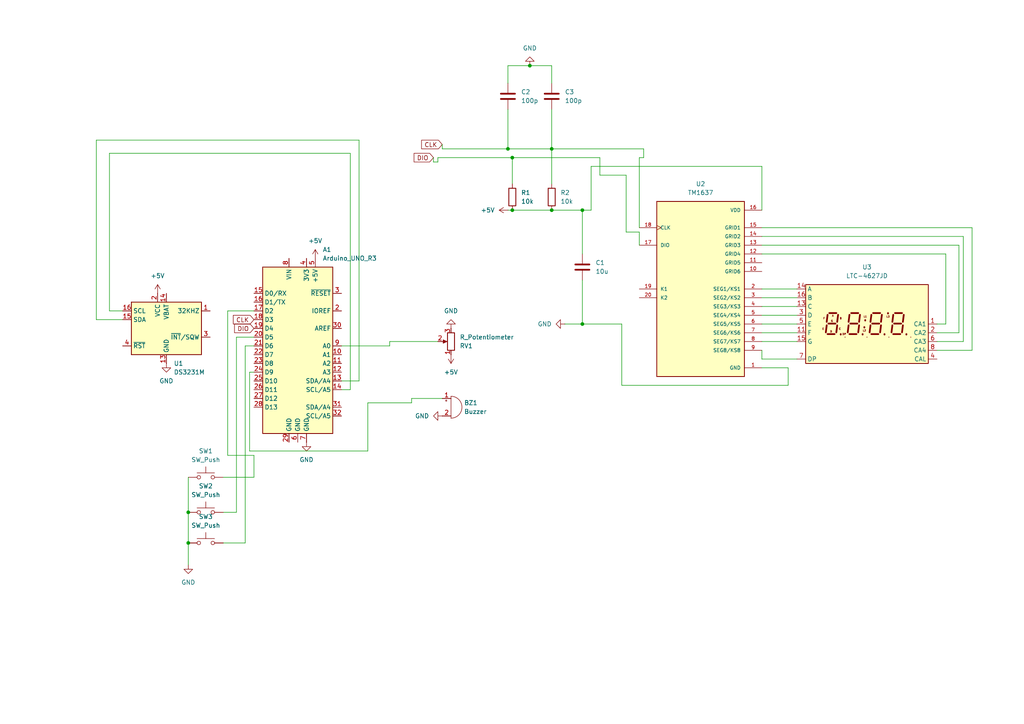
<source format=kicad_sch>
(kicad_sch
	(version 20250114)
	(generator "eeschema")
	(generator_version "9.0")
	(uuid "ec87868f-8602-4a91-95a4-01c87122fb0e")
	(paper "A4")
	(lib_symbols
		(symbol "Device:Buzzer"
			(pin_names
				(offset 0.0254)
				(hide yes)
			)
			(exclude_from_sim no)
			(in_bom yes)
			(on_board yes)
			(property "Reference" "BZ"
				(at 3.81 1.27 0)
				(effects
					(font
						(size 1.27 1.27)
					)
					(justify left)
				)
			)
			(property "Value" "Buzzer"
				(at 3.81 -1.27 0)
				(effects
					(font
						(size 1.27 1.27)
					)
					(justify left)
				)
			)
			(property "Footprint" ""
				(at -0.635 2.54 90)
				(effects
					(font
						(size 1.27 1.27)
					)
					(hide yes)
				)
			)
			(property "Datasheet" "~"
				(at -0.635 2.54 90)
				(effects
					(font
						(size 1.27 1.27)
					)
					(hide yes)
				)
			)
			(property "Description" "Buzzer, polarized"
				(at 0 0 0)
				(effects
					(font
						(size 1.27 1.27)
					)
					(hide yes)
				)
			)
			(property "ki_keywords" "quartz resonator ceramic"
				(at 0 0 0)
				(effects
					(font
						(size 1.27 1.27)
					)
					(hide yes)
				)
			)
			(property "ki_fp_filters" "*Buzzer*"
				(at 0 0 0)
				(effects
					(font
						(size 1.27 1.27)
					)
					(hide yes)
				)
			)
			(symbol "Buzzer_0_1"
				(polyline
					(pts
						(xy -1.651 1.905) (xy -1.143 1.905)
					)
					(stroke
						(width 0)
						(type default)
					)
					(fill
						(type none)
					)
				)
				(polyline
					(pts
						(xy -1.397 2.159) (xy -1.397 1.651)
					)
					(stroke
						(width 0)
						(type default)
					)
					(fill
						(type none)
					)
				)
				(arc
					(start 0 3.175)
					(mid 3.1612 0)
					(end 0 -3.175)
					(stroke
						(width 0)
						(type default)
					)
					(fill
						(type none)
					)
				)
				(polyline
					(pts
						(xy 0 3.175) (xy 0 -3.175)
					)
					(stroke
						(width 0)
						(type default)
					)
					(fill
						(type none)
					)
				)
			)
			(symbol "Buzzer_1_1"
				(pin passive line
					(at -2.54 2.54 0)
					(length 2.54)
					(name "+"
						(effects
							(font
								(size 1.27 1.27)
							)
						)
					)
					(number "1"
						(effects
							(font
								(size 1.27 1.27)
							)
						)
					)
				)
				(pin passive line
					(at -2.54 -2.54 0)
					(length 2.54)
					(name "-"
						(effects
							(font
								(size 1.27 1.27)
							)
						)
					)
					(number "2"
						(effects
							(font
								(size 1.27 1.27)
							)
						)
					)
				)
			)
			(embedded_fonts no)
		)
		(symbol "Device:C"
			(pin_numbers
				(hide yes)
			)
			(pin_names
				(offset 0.254)
			)
			(exclude_from_sim no)
			(in_bom yes)
			(on_board yes)
			(property "Reference" "C"
				(at 0.635 2.54 0)
				(effects
					(font
						(size 1.27 1.27)
					)
					(justify left)
				)
			)
			(property "Value" "C"
				(at 0.635 -2.54 0)
				(effects
					(font
						(size 1.27 1.27)
					)
					(justify left)
				)
			)
			(property "Footprint" ""
				(at 0.9652 -3.81 0)
				(effects
					(font
						(size 1.27 1.27)
					)
					(hide yes)
				)
			)
			(property "Datasheet" "~"
				(at 0 0 0)
				(effects
					(font
						(size 1.27 1.27)
					)
					(hide yes)
				)
			)
			(property "Description" "Unpolarized capacitor"
				(at 0 0 0)
				(effects
					(font
						(size 1.27 1.27)
					)
					(hide yes)
				)
			)
			(property "ki_keywords" "cap capacitor"
				(at 0 0 0)
				(effects
					(font
						(size 1.27 1.27)
					)
					(hide yes)
				)
			)
			(property "ki_fp_filters" "C_*"
				(at 0 0 0)
				(effects
					(font
						(size 1.27 1.27)
					)
					(hide yes)
				)
			)
			(symbol "C_0_1"
				(polyline
					(pts
						(xy -2.032 0.762) (xy 2.032 0.762)
					)
					(stroke
						(width 0.508)
						(type default)
					)
					(fill
						(type none)
					)
				)
				(polyline
					(pts
						(xy -2.032 -0.762) (xy 2.032 -0.762)
					)
					(stroke
						(width 0.508)
						(type default)
					)
					(fill
						(type none)
					)
				)
			)
			(symbol "C_1_1"
				(pin passive line
					(at 0 3.81 270)
					(length 2.794)
					(name "~"
						(effects
							(font
								(size 1.27 1.27)
							)
						)
					)
					(number "1"
						(effects
							(font
								(size 1.27 1.27)
							)
						)
					)
				)
				(pin passive line
					(at 0 -3.81 90)
					(length 2.794)
					(name "~"
						(effects
							(font
								(size 1.27 1.27)
							)
						)
					)
					(number "2"
						(effects
							(font
								(size 1.27 1.27)
							)
						)
					)
				)
			)
			(embedded_fonts no)
		)
		(symbol "Device:R"
			(pin_numbers
				(hide yes)
			)
			(pin_names
				(offset 0)
			)
			(exclude_from_sim no)
			(in_bom yes)
			(on_board yes)
			(property "Reference" "R"
				(at 2.032 0 90)
				(effects
					(font
						(size 1.27 1.27)
					)
				)
			)
			(property "Value" "R"
				(at 0 0 90)
				(effects
					(font
						(size 1.27 1.27)
					)
				)
			)
			(property "Footprint" ""
				(at -1.778 0 90)
				(effects
					(font
						(size 1.27 1.27)
					)
					(hide yes)
				)
			)
			(property "Datasheet" "~"
				(at 0 0 0)
				(effects
					(font
						(size 1.27 1.27)
					)
					(hide yes)
				)
			)
			(property "Description" "Resistor"
				(at 0 0 0)
				(effects
					(font
						(size 1.27 1.27)
					)
					(hide yes)
				)
			)
			(property "ki_keywords" "R res resistor"
				(at 0 0 0)
				(effects
					(font
						(size 1.27 1.27)
					)
					(hide yes)
				)
			)
			(property "ki_fp_filters" "R_*"
				(at 0 0 0)
				(effects
					(font
						(size 1.27 1.27)
					)
					(hide yes)
				)
			)
			(symbol "R_0_1"
				(rectangle
					(start -1.016 -2.54)
					(end 1.016 2.54)
					(stroke
						(width 0.254)
						(type default)
					)
					(fill
						(type none)
					)
				)
			)
			(symbol "R_1_1"
				(pin passive line
					(at 0 3.81 270)
					(length 1.27)
					(name "~"
						(effects
							(font
								(size 1.27 1.27)
							)
						)
					)
					(number "1"
						(effects
							(font
								(size 1.27 1.27)
							)
						)
					)
				)
				(pin passive line
					(at 0 -3.81 90)
					(length 1.27)
					(name "~"
						(effects
							(font
								(size 1.27 1.27)
							)
						)
					)
					(number "2"
						(effects
							(font
								(size 1.27 1.27)
							)
						)
					)
				)
			)
			(embedded_fonts no)
		)
		(symbol "Device:R_Potentiometer"
			(pin_names
				(offset 1.016)
				(hide yes)
			)
			(exclude_from_sim no)
			(in_bom yes)
			(on_board yes)
			(property "Reference" "RV"
				(at -4.445 0 90)
				(effects
					(font
						(size 1.27 1.27)
					)
				)
			)
			(property "Value" "R_Potentiometer"
				(at -2.54 0 90)
				(effects
					(font
						(size 1.27 1.27)
					)
				)
			)
			(property "Footprint" ""
				(at 0 0 0)
				(effects
					(font
						(size 1.27 1.27)
					)
					(hide yes)
				)
			)
			(property "Datasheet" "~"
				(at 0 0 0)
				(effects
					(font
						(size 1.27 1.27)
					)
					(hide yes)
				)
			)
			(property "Description" "Potentiometer"
				(at 0 0 0)
				(effects
					(font
						(size 1.27 1.27)
					)
					(hide yes)
				)
			)
			(property "ki_keywords" "resistor variable"
				(at 0 0 0)
				(effects
					(font
						(size 1.27 1.27)
					)
					(hide yes)
				)
			)
			(property "ki_fp_filters" "Potentiometer*"
				(at 0 0 0)
				(effects
					(font
						(size 1.27 1.27)
					)
					(hide yes)
				)
			)
			(symbol "R_Potentiometer_0_1"
				(rectangle
					(start 1.016 2.54)
					(end -1.016 -2.54)
					(stroke
						(width 0.254)
						(type default)
					)
					(fill
						(type none)
					)
				)
				(polyline
					(pts
						(xy 1.143 0) (xy 2.286 0.508) (xy 2.286 -0.508) (xy 1.143 0)
					)
					(stroke
						(width 0)
						(type default)
					)
					(fill
						(type outline)
					)
				)
				(polyline
					(pts
						(xy 2.54 0) (xy 1.524 0)
					)
					(stroke
						(width 0)
						(type default)
					)
					(fill
						(type none)
					)
				)
			)
			(symbol "R_Potentiometer_1_1"
				(pin passive line
					(at 0 3.81 270)
					(length 1.27)
					(name "1"
						(effects
							(font
								(size 1.27 1.27)
							)
						)
					)
					(number "1"
						(effects
							(font
								(size 1.27 1.27)
							)
						)
					)
				)
				(pin passive line
					(at 0 -3.81 90)
					(length 1.27)
					(name "3"
						(effects
							(font
								(size 1.27 1.27)
							)
						)
					)
					(number "3"
						(effects
							(font
								(size 1.27 1.27)
							)
						)
					)
				)
				(pin passive line
					(at 3.81 0 180)
					(length 1.27)
					(name "2"
						(effects
							(font
								(size 1.27 1.27)
							)
						)
					)
					(number "2"
						(effects
							(font
								(size 1.27 1.27)
							)
						)
					)
				)
			)
			(embedded_fonts no)
		)
		(symbol "Display_Character:LTC-4627JD"
			(exclude_from_sim no)
			(in_bom yes)
			(on_board yes)
			(property "Reference" "U"
				(at -17.78 12.7 0)
				(effects
					(font
						(size 1.27 1.27)
					)
					(justify left)
				)
			)
			(property "Value" "LTC-4627JD"
				(at 17.78 12.7 0)
				(effects
					(font
						(size 1.27 1.27)
					)
					(justify right)
				)
			)
			(property "Footprint" "Display_7Segment:LTC-4627Jx"
				(at 0 -12.7 0)
				(effects
					(font
						(size 1.27 1.27)
					)
					(hide yes)
				)
			)
			(property "Datasheet" "http://optoelectronics.liteon.com/upload/download/DS30-2001-093/LTC-4627JD.pdf"
				(at -10.16 0 0)
				(effects
					(font
						(size 1.27 1.27)
					)
					(hide yes)
				)
			)
			(property "Description" "4 digit 7 segment hyper red, common anode"
				(at 0 0 0)
				(effects
					(font
						(size 1.27 1.27)
					)
					(hide yes)
				)
			)
			(property "ki_keywords" "display LED 7-segment"
				(at 0 0 0)
				(effects
					(font
						(size 1.27 1.27)
					)
					(hide yes)
				)
			)
			(property "ki_fp_filters" "LTC?4627J*"
				(at 0 0 0)
				(effects
					(font
						(size 1.27 1.27)
					)
					(hide yes)
				)
			)
			(symbol "LTC-4627JD_0_1"
				(rectangle
					(start -17.78 -11.43)
					(end 17.78 11.43)
					(stroke
						(width 0.254)
						(type default)
					)
					(fill
						(type background)
					)
				)
				(rectangle
					(start -6.35 -3.81)
					(end -6.35 -3.81)
					(stroke
						(width 0.254)
						(type default)
					)
					(fill
						(type none)
					)
				)
				(polyline
					(pts
						(xy -6.35 -3.81) (xy -6.35 -3.81)
					)
					(stroke
						(width 0.254)
						(type default)
					)
					(fill
						(type none)
					)
				)
				(polyline
					(pts
						(xy 0 -3.81) (xy 0 -3.81)
					)
					(stroke
						(width 0.254)
						(type default)
					)
					(fill
						(type none)
					)
				)
				(rectangle
					(start 0 -3.81)
					(end 0 -3.81)
					(stroke
						(width 0.254)
						(type default)
					)
					(fill
						(type none)
					)
				)
				(polyline
					(pts
						(xy 6.35 -3.81) (xy 6.35 -3.81)
					)
					(stroke
						(width 0.254)
						(type default)
					)
					(fill
						(type none)
					)
				)
				(rectangle
					(start 6.35 -3.81)
					(end 6.35 -3.81)
					(stroke
						(width 0.254)
						(type default)
					)
					(fill
						(type none)
					)
				)
				(polyline
					(pts
						(xy 12.7 -3.81) (xy 12.7 -3.81)
					)
					(stroke
						(width 0.254)
						(type default)
					)
					(fill
						(type none)
					)
				)
				(rectangle
					(start 12.7 -3.81)
					(end 12.7 -3.81)
					(stroke
						(width 0.254)
						(type default)
					)
					(fill
						(type none)
					)
				)
			)
			(symbol "LTC-4627JD_1_0"
				(text "E"
					(at -12.7 -1.397 0)
					(effects
						(font
							(size 0.508 0.508)
						)
					)
				)
				(text "F"
					(at -12.446 1.651 0)
					(effects
						(font
							(size 0.508 0.508)
						)
					)
				)
				(text "D"
					(at -10.414 -2.159 0)
					(effects
						(font
							(size 0.508 0.508)
						)
					)
				)
				(text "G"
					(at -10.16 0.889 0)
					(effects
						(font
							(size 0.508 0.508)
						)
					)
				)
				(text "A"
					(at -9.906 2.413 0)
					(effects
						(font
							(size 0.508 0.508)
						)
					)
				)
				(text "C"
					(at -7.874 -1.397 0)
					(effects
						(font
							(size 0.508 0.508)
						)
					)
				)
				(text "B"
					(at -7.62 1.651 0)
					(effects
						(font
							(size 0.508 0.508)
						)
					)
				)
				(text "DP"
					(at -6.604 -2.921 0)
					(effects
						(font
							(size 0.508 0.508)
						)
					)
				)
				(text "L2"
					(at -0.762 -1.905 0)
					(effects
						(font
							(size 0.508 0.508)
						)
					)
				)
				(text "L1"
					(at -0.508 2.159 0)
					(effects
						(font
							(size 0.508 0.508)
						)
					)
				)
				(text "L3"
					(at 6.096 2.159 0)
					(effects
						(font
							(size 0.508 0.508)
						)
					)
				)
			)
			(symbol "LTC-4627JD_1_1"
				(polyline
					(pts
						(xy -11.684 -0.381) (xy -11.938 -2.413)
					)
					(stroke
						(width 0.508)
						(type default)
					)
					(fill
						(type none)
					)
				)
				(polyline
					(pts
						(xy -11.43 2.667) (xy -11.684 0.635)
					)
					(stroke
						(width 0.508)
						(type default)
					)
					(fill
						(type none)
					)
				)
				(polyline
					(pts
						(xy -11.43 -2.921) (xy -9.398 -2.921)
					)
					(stroke
						(width 0.508)
						(type default)
					)
					(fill
						(type none)
					)
				)
				(polyline
					(pts
						(xy -11.176 0.127) (xy -9.144 0.127)
					)
					(stroke
						(width 0.508)
						(type default)
					)
					(fill
						(type none)
					)
				)
				(polyline
					(pts
						(xy -10.922 3.175) (xy -8.89 3.175)
					)
					(stroke
						(width 0.508)
						(type default)
					)
					(fill
						(type none)
					)
				)
				(polyline
					(pts
						(xy -8.636 -0.381) (xy -8.89 -2.413)
					)
					(stroke
						(width 0.508)
						(type default)
					)
					(fill
						(type none)
					)
				)
				(polyline
					(pts
						(xy -8.382 2.667) (xy -8.636 0.635)
					)
					(stroke
						(width 0.508)
						(type default)
					)
					(fill
						(type none)
					)
				)
				(polyline
					(pts
						(xy -7.62 -3.048) (xy -7.62 -2.921)
					)
					(stroke
						(width 0.508)
						(type default)
					)
					(fill
						(type none)
					)
				)
				(polyline
					(pts
						(xy -5.334 -0.381) (xy -5.588 -2.413)
					)
					(stroke
						(width 0.508)
						(type default)
					)
					(fill
						(type none)
					)
				)
				(polyline
					(pts
						(xy -5.08 2.667) (xy -5.334 0.635)
					)
					(stroke
						(width 0.508)
						(type default)
					)
					(fill
						(type none)
					)
				)
				(polyline
					(pts
						(xy -5.08 -2.921) (xy -3.048 -2.921)
					)
					(stroke
						(width 0.508)
						(type default)
					)
					(fill
						(type none)
					)
				)
				(polyline
					(pts
						(xy -4.826 0.127) (xy -2.794 0.127)
					)
					(stroke
						(width 0.508)
						(type default)
					)
					(fill
						(type none)
					)
				)
				(polyline
					(pts
						(xy -4.572 3.175) (xy -2.54 3.175)
					)
					(stroke
						(width 0.508)
						(type default)
					)
					(fill
						(type none)
					)
				)
				(polyline
					(pts
						(xy -2.286 -0.381) (xy -2.54 -2.413)
					)
					(stroke
						(width 0.508)
						(type default)
					)
					(fill
						(type none)
					)
				)
				(polyline
					(pts
						(xy -2.032 2.667) (xy -2.286 0.635)
					)
					(stroke
						(width 0.508)
						(type default)
					)
					(fill
						(type none)
					)
				)
				(polyline
					(pts
						(xy -1.27 -3.048) (xy -1.27 -2.921)
					)
					(stroke
						(width 0.508)
						(type default)
					)
					(fill
						(type none)
					)
				)
				(polyline
					(pts
						(xy -0.762 -1.016) (xy -0.762 -0.889)
					)
					(stroke
						(width 0.508)
						(type default)
					)
					(fill
						(type none)
					)
				)
				(polyline
					(pts
						(xy -0.508 1.016) (xy -0.508 1.143)
					)
					(stroke
						(width 0.508)
						(type default)
					)
					(fill
						(type none)
					)
				)
				(polyline
					(pts
						(xy 1.016 -0.381) (xy 0.762 -2.413)
					)
					(stroke
						(width 0.508)
						(type default)
					)
					(fill
						(type none)
					)
				)
				(polyline
					(pts
						(xy 1.27 2.667) (xy 1.016 0.635)
					)
					(stroke
						(width 0.508)
						(type default)
					)
					(fill
						(type none)
					)
				)
				(polyline
					(pts
						(xy 1.27 -2.921) (xy 3.302 -2.921)
					)
					(stroke
						(width 0.508)
						(type default)
					)
					(fill
						(type none)
					)
				)
				(polyline
					(pts
						(xy 1.524 0.127) (xy 3.556 0.127)
					)
					(stroke
						(width 0.508)
						(type default)
					)
					(fill
						(type none)
					)
				)
				(polyline
					(pts
						(xy 1.778 3.175) (xy 3.81 3.175)
					)
					(stroke
						(width 0.508)
						(type default)
					)
					(fill
						(type none)
					)
				)
				(polyline
					(pts
						(xy 4.064 -0.381) (xy 3.81 -2.413)
					)
					(stroke
						(width 0.508)
						(type default)
					)
					(fill
						(type none)
					)
				)
				(polyline
					(pts
						(xy 4.318 2.667) (xy 4.064 0.635)
					)
					(stroke
						(width 0.508)
						(type default)
					)
					(fill
						(type none)
					)
				)
				(polyline
					(pts
						(xy 5.08 -3.048) (xy 5.08 -2.921)
					)
					(stroke
						(width 0.508)
						(type default)
					)
					(fill
						(type none)
					)
				)
				(polyline
					(pts
						(xy 6.096 3.048) (xy 6.096 3.175)
					)
					(stroke
						(width 0.508)
						(type default)
					)
					(fill
						(type none)
					)
				)
				(polyline
					(pts
						(xy 7.366 -0.381) (xy 7.112 -2.413)
					)
					(stroke
						(width 0.508)
						(type default)
					)
					(fill
						(type none)
					)
				)
				(polyline
					(pts
						(xy 7.62 2.667) (xy 7.366 0.635)
					)
					(stroke
						(width 0.508)
						(type default)
					)
					(fill
						(type none)
					)
				)
				(polyline
					(pts
						(xy 7.62 -2.921) (xy 9.652 -2.921)
					)
					(stroke
						(width 0.508)
						(type default)
					)
					(fill
						(type none)
					)
				)
				(polyline
					(pts
						(xy 7.874 0.127) (xy 9.906 0.127)
					)
					(stroke
						(width 0.508)
						(type default)
					)
					(fill
						(type none)
					)
				)
				(polyline
					(pts
						(xy 8.128 3.175) (xy 10.16 3.175)
					)
					(stroke
						(width 0.508)
						(type default)
					)
					(fill
						(type none)
					)
				)
				(polyline
					(pts
						(xy 10.414 -0.381) (xy 10.16 -2.413)
					)
					(stroke
						(width 0.508)
						(type default)
					)
					(fill
						(type none)
					)
				)
				(polyline
					(pts
						(xy 10.668 2.667) (xy 10.414 0.635)
					)
					(stroke
						(width 0.508)
						(type default)
					)
					(fill
						(type none)
					)
				)
				(polyline
					(pts
						(xy 11.43 -3.048) (xy 11.43 -2.921)
					)
					(stroke
						(width 0.508)
						(type default)
					)
					(fill
						(type none)
					)
				)
				(pin input line
					(at -20.32 10.16 0)
					(length 2.54)
					(name "A"
						(effects
							(font
								(size 1.27 1.27)
							)
						)
					)
					(number "14"
						(effects
							(font
								(size 1.27 1.27)
							)
						)
					)
				)
				(pin input line
					(at -20.32 7.62 0)
					(length 2.54)
					(name "B"
						(effects
							(font
								(size 1.27 1.27)
							)
						)
					)
					(number "16"
						(effects
							(font
								(size 1.27 1.27)
							)
						)
					)
				)
				(pin input line
					(at -20.32 5.08 0)
					(length 2.54)
					(name "C"
						(effects
							(font
								(size 1.27 1.27)
							)
						)
					)
					(number "13"
						(effects
							(font
								(size 1.27 1.27)
							)
						)
					)
				)
				(pin input line
					(at -20.32 2.54 0)
					(length 2.54)
					(name "D"
						(effects
							(font
								(size 1.27 1.27)
							)
						)
					)
					(number "3"
						(effects
							(font
								(size 1.27 1.27)
							)
						)
					)
				)
				(pin input line
					(at -20.32 0 0)
					(length 2.54)
					(name "E"
						(effects
							(font
								(size 1.27 1.27)
							)
						)
					)
					(number "5"
						(effects
							(font
								(size 1.27 1.27)
							)
						)
					)
				)
				(pin input line
					(at -20.32 -2.54 0)
					(length 2.54)
					(name "F"
						(effects
							(font
								(size 1.27 1.27)
							)
						)
					)
					(number "11"
						(effects
							(font
								(size 1.27 1.27)
							)
						)
					)
				)
				(pin input line
					(at -20.32 -5.08 0)
					(length 2.54)
					(name "G"
						(effects
							(font
								(size 1.27 1.27)
							)
						)
					)
					(number "15"
						(effects
							(font
								(size 1.27 1.27)
							)
						)
					)
				)
				(pin input line
					(at -20.32 -10.16 0)
					(length 2.54)
					(name "DP"
						(effects
							(font
								(size 1.27 1.27)
							)
						)
					)
					(number "7"
						(effects
							(font
								(size 1.27 1.27)
							)
						)
					)
				)
				(pin no_connect line
					(at 17.78 7.62 180)
					(length 2.54)
					(hide yes)
					(name "NC"
						(effects
							(font
								(size 1.27 1.27)
							)
						)
					)
					(number "9"
						(effects
							(font
								(size 1.27 1.27)
							)
						)
					)
				)
				(pin input line
					(at 20.32 0 180)
					(length 2.54)
					(name "CA1"
						(effects
							(font
								(size 1.27 1.27)
							)
						)
					)
					(number "1"
						(effects
							(font
								(size 1.27 1.27)
							)
						)
					)
				)
				(pin input line
					(at 20.32 -2.54 180)
					(length 2.54)
					(name "CA2"
						(effects
							(font
								(size 1.27 1.27)
							)
						)
					)
					(number "2"
						(effects
							(font
								(size 1.27 1.27)
							)
						)
					)
				)
				(pin input line
					(at 20.32 -5.08 180)
					(length 2.54)
					(name "CA3"
						(effects
							(font
								(size 1.27 1.27)
							)
						)
					)
					(number "6"
						(effects
							(font
								(size 1.27 1.27)
							)
						)
					)
				)
				(pin input line
					(at 20.32 -7.62 180)
					(length 2.54)
					(name "CA4"
						(effects
							(font
								(size 1.27 1.27)
							)
						)
					)
					(number "8"
						(effects
							(font
								(size 1.27 1.27)
							)
						)
					)
				)
				(pin input line
					(at 20.32 -10.16 180)
					(length 2.54)
					(name "CAL"
						(effects
							(font
								(size 1.27 1.27)
							)
						)
					)
					(number "4"
						(effects
							(font
								(size 1.27 1.27)
							)
						)
					)
				)
			)
			(embedded_fonts no)
		)
		(symbol "MCU_Module:Arduino_UNO_R3"
			(exclude_from_sim no)
			(in_bom yes)
			(on_board yes)
			(property "Reference" "A"
				(at -10.16 23.495 0)
				(effects
					(font
						(size 1.27 1.27)
					)
					(justify left bottom)
				)
			)
			(property "Value" "Arduino_UNO_R3"
				(at 5.08 -26.67 0)
				(effects
					(font
						(size 1.27 1.27)
					)
					(justify left top)
				)
			)
			(property "Footprint" "Module:Arduino_UNO_R3"
				(at 0 0 0)
				(effects
					(font
						(size 1.27 1.27)
						(italic yes)
					)
					(hide yes)
				)
			)
			(property "Datasheet" "https://www.arduino.cc/en/Main/arduinoBoardUno"
				(at 0 0 0)
				(effects
					(font
						(size 1.27 1.27)
					)
					(hide yes)
				)
			)
			(property "Description" "Arduino UNO Microcontroller Module, release 3"
				(at 0 0 0)
				(effects
					(font
						(size 1.27 1.27)
					)
					(hide yes)
				)
			)
			(property "ki_keywords" "Arduino UNO R3 Microcontroller Module Atmel AVR USB"
				(at 0 0 0)
				(effects
					(font
						(size 1.27 1.27)
					)
					(hide yes)
				)
			)
			(property "ki_fp_filters" "Arduino*UNO*R3*"
				(at 0 0 0)
				(effects
					(font
						(size 1.27 1.27)
					)
					(hide yes)
				)
			)
			(symbol "Arduino_UNO_R3_0_1"
				(rectangle
					(start -10.16 22.86)
					(end 10.16 -25.4)
					(stroke
						(width 0.254)
						(type default)
					)
					(fill
						(type background)
					)
				)
			)
			(symbol "Arduino_UNO_R3_1_1"
				(pin bidirectional line
					(at -12.7 15.24 0)
					(length 2.54)
					(name "D0/RX"
						(effects
							(font
								(size 1.27 1.27)
							)
						)
					)
					(number "15"
						(effects
							(font
								(size 1.27 1.27)
							)
						)
					)
				)
				(pin bidirectional line
					(at -12.7 12.7 0)
					(length 2.54)
					(name "D1/TX"
						(effects
							(font
								(size 1.27 1.27)
							)
						)
					)
					(number "16"
						(effects
							(font
								(size 1.27 1.27)
							)
						)
					)
				)
				(pin bidirectional line
					(at -12.7 10.16 0)
					(length 2.54)
					(name "D2"
						(effects
							(font
								(size 1.27 1.27)
							)
						)
					)
					(number "17"
						(effects
							(font
								(size 1.27 1.27)
							)
						)
					)
				)
				(pin bidirectional line
					(at -12.7 7.62 0)
					(length 2.54)
					(name "D3"
						(effects
							(font
								(size 1.27 1.27)
							)
						)
					)
					(number "18"
						(effects
							(font
								(size 1.27 1.27)
							)
						)
					)
				)
				(pin bidirectional line
					(at -12.7 5.08 0)
					(length 2.54)
					(name "D4"
						(effects
							(font
								(size 1.27 1.27)
							)
						)
					)
					(number "19"
						(effects
							(font
								(size 1.27 1.27)
							)
						)
					)
				)
				(pin bidirectional line
					(at -12.7 2.54 0)
					(length 2.54)
					(name "D5"
						(effects
							(font
								(size 1.27 1.27)
							)
						)
					)
					(number "20"
						(effects
							(font
								(size 1.27 1.27)
							)
						)
					)
				)
				(pin bidirectional line
					(at -12.7 0 0)
					(length 2.54)
					(name "D6"
						(effects
							(font
								(size 1.27 1.27)
							)
						)
					)
					(number "21"
						(effects
							(font
								(size 1.27 1.27)
							)
						)
					)
				)
				(pin bidirectional line
					(at -12.7 -2.54 0)
					(length 2.54)
					(name "D7"
						(effects
							(font
								(size 1.27 1.27)
							)
						)
					)
					(number "22"
						(effects
							(font
								(size 1.27 1.27)
							)
						)
					)
				)
				(pin bidirectional line
					(at -12.7 -5.08 0)
					(length 2.54)
					(name "D8"
						(effects
							(font
								(size 1.27 1.27)
							)
						)
					)
					(number "23"
						(effects
							(font
								(size 1.27 1.27)
							)
						)
					)
				)
				(pin bidirectional line
					(at -12.7 -7.62 0)
					(length 2.54)
					(name "D9"
						(effects
							(font
								(size 1.27 1.27)
							)
						)
					)
					(number "24"
						(effects
							(font
								(size 1.27 1.27)
							)
						)
					)
				)
				(pin bidirectional line
					(at -12.7 -10.16 0)
					(length 2.54)
					(name "D10"
						(effects
							(font
								(size 1.27 1.27)
							)
						)
					)
					(number "25"
						(effects
							(font
								(size 1.27 1.27)
							)
						)
					)
				)
				(pin bidirectional line
					(at -12.7 -12.7 0)
					(length 2.54)
					(name "D11"
						(effects
							(font
								(size 1.27 1.27)
							)
						)
					)
					(number "26"
						(effects
							(font
								(size 1.27 1.27)
							)
						)
					)
				)
				(pin bidirectional line
					(at -12.7 -15.24 0)
					(length 2.54)
					(name "D12"
						(effects
							(font
								(size 1.27 1.27)
							)
						)
					)
					(number "27"
						(effects
							(font
								(size 1.27 1.27)
							)
						)
					)
				)
				(pin bidirectional line
					(at -12.7 -17.78 0)
					(length 2.54)
					(name "D13"
						(effects
							(font
								(size 1.27 1.27)
							)
						)
					)
					(number "28"
						(effects
							(font
								(size 1.27 1.27)
							)
						)
					)
				)
				(pin no_connect line
					(at -10.16 -20.32 0)
					(length 2.54)
					(hide yes)
					(name "NC"
						(effects
							(font
								(size 1.27 1.27)
							)
						)
					)
					(number "1"
						(effects
							(font
								(size 1.27 1.27)
							)
						)
					)
				)
				(pin power_in line
					(at -2.54 25.4 270)
					(length 2.54)
					(name "VIN"
						(effects
							(font
								(size 1.27 1.27)
							)
						)
					)
					(number "8"
						(effects
							(font
								(size 1.27 1.27)
							)
						)
					)
				)
				(pin power_in line
					(at -2.54 -27.94 90)
					(length 2.54)
					(name "GND"
						(effects
							(font
								(size 1.27 1.27)
							)
						)
					)
					(number "29"
						(effects
							(font
								(size 1.27 1.27)
							)
						)
					)
				)
				(pin power_in line
					(at 0 -27.94 90)
					(length 2.54)
					(name "GND"
						(effects
							(font
								(size 1.27 1.27)
							)
						)
					)
					(number "6"
						(effects
							(font
								(size 1.27 1.27)
							)
						)
					)
				)
				(pin power_out line
					(at 2.54 25.4 270)
					(length 2.54)
					(name "3V3"
						(effects
							(font
								(size 1.27 1.27)
							)
						)
					)
					(number "4"
						(effects
							(font
								(size 1.27 1.27)
							)
						)
					)
				)
				(pin power_in line
					(at 2.54 -27.94 90)
					(length 2.54)
					(name "GND"
						(effects
							(font
								(size 1.27 1.27)
							)
						)
					)
					(number "7"
						(effects
							(font
								(size 1.27 1.27)
							)
						)
					)
				)
				(pin power_out line
					(at 5.08 25.4 270)
					(length 2.54)
					(name "+5V"
						(effects
							(font
								(size 1.27 1.27)
							)
						)
					)
					(number "5"
						(effects
							(font
								(size 1.27 1.27)
							)
						)
					)
				)
				(pin input line
					(at 12.7 15.24 180)
					(length 2.54)
					(name "~{RESET}"
						(effects
							(font
								(size 1.27 1.27)
							)
						)
					)
					(number "3"
						(effects
							(font
								(size 1.27 1.27)
							)
						)
					)
				)
				(pin output line
					(at 12.7 10.16 180)
					(length 2.54)
					(name "IOREF"
						(effects
							(font
								(size 1.27 1.27)
							)
						)
					)
					(number "2"
						(effects
							(font
								(size 1.27 1.27)
							)
						)
					)
				)
				(pin input line
					(at 12.7 5.08 180)
					(length 2.54)
					(name "AREF"
						(effects
							(font
								(size 1.27 1.27)
							)
						)
					)
					(number "30"
						(effects
							(font
								(size 1.27 1.27)
							)
						)
					)
				)
				(pin bidirectional line
					(at 12.7 0 180)
					(length 2.54)
					(name "A0"
						(effects
							(font
								(size 1.27 1.27)
							)
						)
					)
					(number "9"
						(effects
							(font
								(size 1.27 1.27)
							)
						)
					)
				)
				(pin bidirectional line
					(at 12.7 -2.54 180)
					(length 2.54)
					(name "A1"
						(effects
							(font
								(size 1.27 1.27)
							)
						)
					)
					(number "10"
						(effects
							(font
								(size 1.27 1.27)
							)
						)
					)
				)
				(pin bidirectional line
					(at 12.7 -5.08 180)
					(length 2.54)
					(name "A2"
						(effects
							(font
								(size 1.27 1.27)
							)
						)
					)
					(number "11"
						(effects
							(font
								(size 1.27 1.27)
							)
						)
					)
				)
				(pin bidirectional line
					(at 12.7 -7.62 180)
					(length 2.54)
					(name "A3"
						(effects
							(font
								(size 1.27 1.27)
							)
						)
					)
					(number "12"
						(effects
							(font
								(size 1.27 1.27)
							)
						)
					)
				)
				(pin bidirectional line
					(at 12.7 -10.16 180)
					(length 2.54)
					(name "SDA/A4"
						(effects
							(font
								(size 1.27 1.27)
							)
						)
					)
					(number "13"
						(effects
							(font
								(size 1.27 1.27)
							)
						)
					)
				)
				(pin bidirectional line
					(at 12.7 -12.7 180)
					(length 2.54)
					(name "SCL/A5"
						(effects
							(font
								(size 1.27 1.27)
							)
						)
					)
					(number "14"
						(effects
							(font
								(size 1.27 1.27)
							)
						)
					)
				)
				(pin bidirectional line
					(at 12.7 -17.78 180)
					(length 2.54)
					(name "SDA/A4"
						(effects
							(font
								(size 1.27 1.27)
							)
						)
					)
					(number "31"
						(effects
							(font
								(size 1.27 1.27)
							)
						)
					)
				)
				(pin bidirectional line
					(at 12.7 -20.32 180)
					(length 2.54)
					(name "SCL/A5"
						(effects
							(font
								(size 1.27 1.27)
							)
						)
					)
					(number "32"
						(effects
							(font
								(size 1.27 1.27)
							)
						)
					)
				)
			)
			(embedded_fonts no)
		)
		(symbol "Switch:SW_Push"
			(pin_numbers
				(hide yes)
			)
			(pin_names
				(offset 1.016)
				(hide yes)
			)
			(exclude_from_sim no)
			(in_bom yes)
			(on_board yes)
			(property "Reference" "SW"
				(at 1.27 2.54 0)
				(effects
					(font
						(size 1.27 1.27)
					)
					(justify left)
				)
			)
			(property "Value" "SW_Push"
				(at 0 -1.524 0)
				(effects
					(font
						(size 1.27 1.27)
					)
				)
			)
			(property "Footprint" ""
				(at 0 5.08 0)
				(effects
					(font
						(size 1.27 1.27)
					)
					(hide yes)
				)
			)
			(property "Datasheet" "~"
				(at 0 5.08 0)
				(effects
					(font
						(size 1.27 1.27)
					)
					(hide yes)
				)
			)
			(property "Description" "Push button switch, generic, two pins"
				(at 0 0 0)
				(effects
					(font
						(size 1.27 1.27)
					)
					(hide yes)
				)
			)
			(property "ki_keywords" "switch normally-open pushbutton push-button"
				(at 0 0 0)
				(effects
					(font
						(size 1.27 1.27)
					)
					(hide yes)
				)
			)
			(symbol "SW_Push_0_1"
				(circle
					(center -2.032 0)
					(radius 0.508)
					(stroke
						(width 0)
						(type default)
					)
					(fill
						(type none)
					)
				)
				(polyline
					(pts
						(xy 0 1.27) (xy 0 3.048)
					)
					(stroke
						(width 0)
						(type default)
					)
					(fill
						(type none)
					)
				)
				(circle
					(center 2.032 0)
					(radius 0.508)
					(stroke
						(width 0)
						(type default)
					)
					(fill
						(type none)
					)
				)
				(polyline
					(pts
						(xy 2.54 1.27) (xy -2.54 1.27)
					)
					(stroke
						(width 0)
						(type default)
					)
					(fill
						(type none)
					)
				)
				(pin passive line
					(at -5.08 0 0)
					(length 2.54)
					(name "1"
						(effects
							(font
								(size 1.27 1.27)
							)
						)
					)
					(number "1"
						(effects
							(font
								(size 1.27 1.27)
							)
						)
					)
				)
				(pin passive line
					(at 5.08 0 180)
					(length 2.54)
					(name "2"
						(effects
							(font
								(size 1.27 1.27)
							)
						)
					)
					(number "2"
						(effects
							(font
								(size 1.27 1.27)
							)
						)
					)
				)
			)
			(embedded_fonts no)
		)
		(symbol "TM1637:TM1637"
			(pin_names
				(offset 1.016)
			)
			(exclude_from_sim no)
			(in_bom yes)
			(on_board yes)
			(property "Reference" "U"
				(at -12.7 27.94 0)
				(effects
					(font
						(size 1.27 1.27)
					)
					(justify left bottom)
				)
			)
			(property "Value" "TM1637"
				(at -12.7 -30.48 0)
				(effects
					(font
						(size 1.27 1.27)
					)
					(justify left bottom)
				)
			)
			(property "Footprint" "TM1637:DIP778W43P254L2612H431Q20N"
				(at 0 0 0)
				(effects
					(font
						(size 1.27 1.27)
					)
					(justify bottom)
					(hide yes)
				)
			)
			(property "Datasheet" ""
				(at 0 0 0)
				(effects
					(font
						(size 1.27 1.27)
					)
					(hide yes)
				)
			)
			(property "Description" ""
				(at 0 0 0)
				(effects
					(font
						(size 1.27 1.27)
					)
					(hide yes)
				)
			)
			(property "MF" "Titan Micro Electronics"
				(at 0 0 0)
				(effects
					(font
						(size 1.27 1.27)
					)
					(justify bottom)
					(hide yes)
				)
			)
			(property "MAXIMUM_PACKAGE_HEIGHT" "4.31 mm"
				(at 0 0 0)
				(effects
					(font
						(size 1.27 1.27)
					)
					(justify bottom)
					(hide yes)
				)
			)
			(property "Package" "None"
				(at 0 0 0)
				(effects
					(font
						(size 1.27 1.27)
					)
					(justify bottom)
					(hide yes)
				)
			)
			(property "Price" "None"
				(at 0 0 0)
				(effects
					(font
						(size 1.27 1.27)
					)
					(justify bottom)
					(hide yes)
				)
			)
			(property "Check_prices" "https://www.snapeda.com/parts/TM1637/Titan+Micro+Electronics/view-part/?ref=eda"
				(at 0 0 0)
				(effects
					(font
						(size 1.27 1.27)
					)
					(justify bottom)
					(hide yes)
				)
			)
			(property "STANDARD" "IPC 7351B"
				(at 0 0 0)
				(effects
					(font
						(size 1.27 1.27)
					)
					(justify bottom)
					(hide yes)
				)
			)
			(property "PARTREV" "v2.5"
				(at 0 0 0)
				(effects
					(font
						(size 1.27 1.27)
					)
					(justify bottom)
					(hide yes)
				)
			)
			(property "SnapEDA_Link" "https://www.snapeda.com/parts/TM1637/Titan+Micro+Electronics/view-part/?ref=snap"
				(at 0 0 0)
				(effects
					(font
						(size 1.27 1.27)
					)
					(justify bottom)
					(hide yes)
				)
			)
			(property "MP" "TM1637"
				(at 0 0 0)
				(effects
					(font
						(size 1.27 1.27)
					)
					(justify bottom)
					(hide yes)
				)
			)
			(property "Description_1" "LED Drive Control Special Circuit"
				(at 0 0 0)
				(effects
					(font
						(size 1.27 1.27)
					)
					(justify bottom)
					(hide yes)
				)
			)
			(property "Availability" "Not in stock"
				(at 0 0 0)
				(effects
					(font
						(size 1.27 1.27)
					)
					(justify bottom)
					(hide yes)
				)
			)
			(property "MANUFACTURER" "Titan Micro Electronics"
				(at 0 0 0)
				(effects
					(font
						(size 1.27 1.27)
					)
					(justify bottom)
					(hide yes)
				)
			)
			(symbol "TM1637_0_0"
				(rectangle
					(start -12.7 -25.4)
					(end 12.7 25.4)
					(stroke
						(width 0.254)
						(type default)
					)
					(fill
						(type background)
					)
				)
				(pin input clock
					(at -17.78 17.78 0)
					(length 5.08)
					(name "CLK"
						(effects
							(font
								(size 1.016 1.016)
							)
						)
					)
					(number "18"
						(effects
							(font
								(size 1.016 1.016)
							)
						)
					)
				)
				(pin bidirectional line
					(at -17.78 12.7 0)
					(length 5.08)
					(name "DIO"
						(effects
							(font
								(size 1.016 1.016)
							)
						)
					)
					(number "17"
						(effects
							(font
								(size 1.016 1.016)
							)
						)
					)
				)
				(pin input line
					(at -17.78 0 0)
					(length 5.08)
					(name "K1"
						(effects
							(font
								(size 1.016 1.016)
							)
						)
					)
					(number "19"
						(effects
							(font
								(size 1.016 1.016)
							)
						)
					)
				)
				(pin input line
					(at -17.78 -2.54 0)
					(length 5.08)
					(name "K2"
						(effects
							(font
								(size 1.016 1.016)
							)
						)
					)
					(number "20"
						(effects
							(font
								(size 1.016 1.016)
							)
						)
					)
				)
				(pin power_in line
					(at 17.78 22.86 180)
					(length 5.08)
					(name "VDD"
						(effects
							(font
								(size 1.016 1.016)
							)
						)
					)
					(number "16"
						(effects
							(font
								(size 1.016 1.016)
							)
						)
					)
				)
				(pin output line
					(at 17.78 17.78 180)
					(length 5.08)
					(name "GRID1"
						(effects
							(font
								(size 1.016 1.016)
							)
						)
					)
					(number "15"
						(effects
							(font
								(size 1.016 1.016)
							)
						)
					)
				)
				(pin output line
					(at 17.78 15.24 180)
					(length 5.08)
					(name "GRID2"
						(effects
							(font
								(size 1.016 1.016)
							)
						)
					)
					(number "14"
						(effects
							(font
								(size 1.016 1.016)
							)
						)
					)
				)
				(pin output line
					(at 17.78 12.7 180)
					(length 5.08)
					(name "GRID3"
						(effects
							(font
								(size 1.016 1.016)
							)
						)
					)
					(number "13"
						(effects
							(font
								(size 1.016 1.016)
							)
						)
					)
				)
				(pin output line
					(at 17.78 10.16 180)
					(length 5.08)
					(name "GRID4"
						(effects
							(font
								(size 1.016 1.016)
							)
						)
					)
					(number "12"
						(effects
							(font
								(size 1.016 1.016)
							)
						)
					)
				)
				(pin output line
					(at 17.78 7.62 180)
					(length 5.08)
					(name "GRID5"
						(effects
							(font
								(size 1.016 1.016)
							)
						)
					)
					(number "11"
						(effects
							(font
								(size 1.016 1.016)
							)
						)
					)
				)
				(pin output line
					(at 17.78 5.08 180)
					(length 5.08)
					(name "GRID6"
						(effects
							(font
								(size 1.016 1.016)
							)
						)
					)
					(number "10"
						(effects
							(font
								(size 1.016 1.016)
							)
						)
					)
				)
				(pin output line
					(at 17.78 0 180)
					(length 5.08)
					(name "SEG1/KS1"
						(effects
							(font
								(size 1.016 1.016)
							)
						)
					)
					(number "2"
						(effects
							(font
								(size 1.016 1.016)
							)
						)
					)
				)
				(pin output line
					(at 17.78 -2.54 180)
					(length 5.08)
					(name "SEG2/KS2"
						(effects
							(font
								(size 1.016 1.016)
							)
						)
					)
					(number "3"
						(effects
							(font
								(size 1.016 1.016)
							)
						)
					)
				)
				(pin output line
					(at 17.78 -5.08 180)
					(length 5.08)
					(name "SEG3/KS3"
						(effects
							(font
								(size 1.016 1.016)
							)
						)
					)
					(number "4"
						(effects
							(font
								(size 1.016 1.016)
							)
						)
					)
				)
				(pin output line
					(at 17.78 -7.62 180)
					(length 5.08)
					(name "SEG4/KS4"
						(effects
							(font
								(size 1.016 1.016)
							)
						)
					)
					(number "5"
						(effects
							(font
								(size 1.016 1.016)
							)
						)
					)
				)
				(pin output line
					(at 17.78 -10.16 180)
					(length 5.08)
					(name "SEG5/KS5"
						(effects
							(font
								(size 1.016 1.016)
							)
						)
					)
					(number "6"
						(effects
							(font
								(size 1.016 1.016)
							)
						)
					)
				)
				(pin output line
					(at 17.78 -12.7 180)
					(length 5.08)
					(name "SEG6/KS6"
						(effects
							(font
								(size 1.016 1.016)
							)
						)
					)
					(number "7"
						(effects
							(font
								(size 1.016 1.016)
							)
						)
					)
				)
				(pin output line
					(at 17.78 -15.24 180)
					(length 5.08)
					(name "SEG7/KS7"
						(effects
							(font
								(size 1.016 1.016)
							)
						)
					)
					(number "8"
						(effects
							(font
								(size 1.016 1.016)
							)
						)
					)
				)
				(pin output line
					(at 17.78 -17.78 180)
					(length 5.08)
					(name "SEG8/KS8"
						(effects
							(font
								(size 1.016 1.016)
							)
						)
					)
					(number "9"
						(effects
							(font
								(size 1.016 1.016)
							)
						)
					)
				)
				(pin power_in line
					(at 17.78 -22.86 180)
					(length 5.08)
					(name "GND"
						(effects
							(font
								(size 1.016 1.016)
							)
						)
					)
					(number "1"
						(effects
							(font
								(size 1.016 1.016)
							)
						)
					)
				)
			)
			(embedded_fonts no)
		)
		(symbol "Timer_RTC:DS3231M"
			(exclude_from_sim no)
			(in_bom yes)
			(on_board yes)
			(property "Reference" "U"
				(at -7.62 8.89 0)
				(effects
					(font
						(size 1.27 1.27)
					)
					(justify right)
				)
			)
			(property "Value" "DS3231M"
				(at 10.16 8.89 0)
				(effects
					(font
						(size 1.27 1.27)
					)
					(justify right)
				)
			)
			(property "Footprint" "Package_SO:SOIC-16W_7.5x10.3mm_P1.27mm"
				(at 0 -15.24 0)
				(effects
					(font
						(size 1.27 1.27)
					)
					(hide yes)
				)
			)
			(property "Datasheet" "http://datasheets.maximintegrated.com/en/ds/DS3231.pdf"
				(at 6.858 1.27 0)
				(effects
					(font
						(size 1.27 1.27)
					)
					(hide yes)
				)
			)
			(property "Description" "Extremely Accurate I2C-Integrated RTC/TCXO/Crystal SOIC-16"
				(at 0 0 0)
				(effects
					(font
						(size 1.27 1.27)
					)
					(hide yes)
				)
			)
			(property "ki_keywords" "RTC TCXO Realtime Time Clock Crystal Oscillator I2C"
				(at 0 0 0)
				(effects
					(font
						(size 1.27 1.27)
					)
					(hide yes)
				)
			)
			(property "ki_fp_filters" "SOIC*7.5x10.3mm*P1.27mm*"
				(at 0 0 0)
				(effects
					(font
						(size 1.27 1.27)
					)
					(hide yes)
				)
			)
			(symbol "DS3231M_0_1"
				(rectangle
					(start -10.16 7.62)
					(end 10.16 -7.62)
					(stroke
						(width 0.254)
						(type default)
					)
					(fill
						(type background)
					)
				)
			)
			(symbol "DS3231M_1_1"
				(pin input line
					(at -12.7 5.08 0)
					(length 2.54)
					(name "SCL"
						(effects
							(font
								(size 1.27 1.27)
							)
						)
					)
					(number "16"
						(effects
							(font
								(size 1.27 1.27)
							)
						)
					)
				)
				(pin bidirectional line
					(at -12.7 2.54 0)
					(length 2.54)
					(name "SDA"
						(effects
							(font
								(size 1.27 1.27)
							)
						)
					)
					(number "15"
						(effects
							(font
								(size 1.27 1.27)
							)
						)
					)
				)
				(pin bidirectional line
					(at -12.7 -5.08 0)
					(length 2.54)
					(name "~{RST}"
						(effects
							(font
								(size 1.27 1.27)
							)
						)
					)
					(number "4"
						(effects
							(font
								(size 1.27 1.27)
							)
						)
					)
				)
				(pin power_in line
					(at -2.54 10.16 270)
					(length 2.54)
					(name "VCC"
						(effects
							(font
								(size 1.27 1.27)
							)
						)
					)
					(number "2"
						(effects
							(font
								(size 1.27 1.27)
							)
						)
					)
				)
				(pin power_in line
					(at 0 10.16 270)
					(length 2.54)
					(name "VBAT"
						(effects
							(font
								(size 1.27 1.27)
							)
						)
					)
					(number "14"
						(effects
							(font
								(size 1.27 1.27)
							)
						)
					)
				)
				(pin passive line
					(at 0 -10.16 90)
					(length 2.54)
					(hide yes)
					(name "GND"
						(effects
							(font
								(size 1.27 1.27)
							)
						)
					)
					(number "10"
						(effects
							(font
								(size 1.27 1.27)
							)
						)
					)
				)
				(pin passive line
					(at 0 -10.16 90)
					(length 2.54)
					(hide yes)
					(name "GND"
						(effects
							(font
								(size 1.27 1.27)
							)
						)
					)
					(number "11"
						(effects
							(font
								(size 1.27 1.27)
							)
						)
					)
				)
				(pin passive line
					(at 0 -10.16 90)
					(length 2.54)
					(hide yes)
					(name "GND"
						(effects
							(font
								(size 1.27 1.27)
							)
						)
					)
					(number "12"
						(effects
							(font
								(size 1.27 1.27)
							)
						)
					)
				)
				(pin power_in line
					(at 0 -10.16 90)
					(length 2.54)
					(name "GND"
						(effects
							(font
								(size 1.27 1.27)
							)
						)
					)
					(number "13"
						(effects
							(font
								(size 1.27 1.27)
							)
						)
					)
				)
				(pin passive line
					(at 0 -10.16 90)
					(length 2.54)
					(hide yes)
					(name "GND"
						(effects
							(font
								(size 1.27 1.27)
							)
						)
					)
					(number "5"
						(effects
							(font
								(size 1.27 1.27)
							)
						)
					)
				)
				(pin passive line
					(at 0 -10.16 90)
					(length 2.54)
					(hide yes)
					(name "GND"
						(effects
							(font
								(size 1.27 1.27)
							)
						)
					)
					(number "6"
						(effects
							(font
								(size 1.27 1.27)
							)
						)
					)
				)
				(pin passive line
					(at 0 -10.16 90)
					(length 2.54)
					(hide yes)
					(name "GND"
						(effects
							(font
								(size 1.27 1.27)
							)
						)
					)
					(number "7"
						(effects
							(font
								(size 1.27 1.27)
							)
						)
					)
				)
				(pin passive line
					(at 0 -10.16 90)
					(length 2.54)
					(hide yes)
					(name "GND"
						(effects
							(font
								(size 1.27 1.27)
							)
						)
					)
					(number "8"
						(effects
							(font
								(size 1.27 1.27)
							)
						)
					)
				)
				(pin passive line
					(at 0 -10.16 90)
					(length 2.54)
					(hide yes)
					(name "GND"
						(effects
							(font
								(size 1.27 1.27)
							)
						)
					)
					(number "9"
						(effects
							(font
								(size 1.27 1.27)
							)
						)
					)
				)
				(pin open_collector line
					(at 12.7 5.08 180)
					(length 2.54)
					(name "32KHZ"
						(effects
							(font
								(size 1.27 1.27)
							)
						)
					)
					(number "1"
						(effects
							(font
								(size 1.27 1.27)
							)
						)
					)
				)
				(pin open_collector line
					(at 12.7 -2.54 180)
					(length 2.54)
					(name "~{INT}/SQW"
						(effects
							(font
								(size 1.27 1.27)
							)
						)
					)
					(number "3"
						(effects
							(font
								(size 1.27 1.27)
							)
						)
					)
				)
			)
			(embedded_fonts no)
		)
		(symbol "power:+5V"
			(power)
			(pin_numbers
				(hide yes)
			)
			(pin_names
				(offset 0)
				(hide yes)
			)
			(exclude_from_sim no)
			(in_bom yes)
			(on_board yes)
			(property "Reference" "#PWR"
				(at 0 -3.81 0)
				(effects
					(font
						(size 1.27 1.27)
					)
					(hide yes)
				)
			)
			(property "Value" "+5V"
				(at 0 3.556 0)
				(effects
					(font
						(size 1.27 1.27)
					)
				)
			)
			(property "Footprint" ""
				(at 0 0 0)
				(effects
					(font
						(size 1.27 1.27)
					)
					(hide yes)
				)
			)
			(property "Datasheet" ""
				(at 0 0 0)
				(effects
					(font
						(size 1.27 1.27)
					)
					(hide yes)
				)
			)
			(property "Description" "Power symbol creates a global label with name \"+5V\""
				(at 0 0 0)
				(effects
					(font
						(size 1.27 1.27)
					)
					(hide yes)
				)
			)
			(property "ki_keywords" "global power"
				(at 0 0 0)
				(effects
					(font
						(size 1.27 1.27)
					)
					(hide yes)
				)
			)
			(symbol "+5V_0_1"
				(polyline
					(pts
						(xy -0.762 1.27) (xy 0 2.54)
					)
					(stroke
						(width 0)
						(type default)
					)
					(fill
						(type none)
					)
				)
				(polyline
					(pts
						(xy 0 2.54) (xy 0.762 1.27)
					)
					(stroke
						(width 0)
						(type default)
					)
					(fill
						(type none)
					)
				)
				(polyline
					(pts
						(xy 0 0) (xy 0 2.54)
					)
					(stroke
						(width 0)
						(type default)
					)
					(fill
						(type none)
					)
				)
			)
			(symbol "+5V_1_1"
				(pin power_in line
					(at 0 0 90)
					(length 0)
					(name "~"
						(effects
							(font
								(size 1.27 1.27)
							)
						)
					)
					(number "1"
						(effects
							(font
								(size 1.27 1.27)
							)
						)
					)
				)
			)
			(embedded_fonts no)
		)
		(symbol "power:GND"
			(power)
			(pin_numbers
				(hide yes)
			)
			(pin_names
				(offset 0)
				(hide yes)
			)
			(exclude_from_sim no)
			(in_bom yes)
			(on_board yes)
			(property "Reference" "#PWR"
				(at 0 -6.35 0)
				(effects
					(font
						(size 1.27 1.27)
					)
					(hide yes)
				)
			)
			(property "Value" "GND"
				(at 0 -3.81 0)
				(effects
					(font
						(size 1.27 1.27)
					)
				)
			)
			(property "Footprint" ""
				(at 0 0 0)
				(effects
					(font
						(size 1.27 1.27)
					)
					(hide yes)
				)
			)
			(property "Datasheet" ""
				(at 0 0 0)
				(effects
					(font
						(size 1.27 1.27)
					)
					(hide yes)
				)
			)
			(property "Description" "Power symbol creates a global label with name \"GND\" , ground"
				(at 0 0 0)
				(effects
					(font
						(size 1.27 1.27)
					)
					(hide yes)
				)
			)
			(property "ki_keywords" "global power"
				(at 0 0 0)
				(effects
					(font
						(size 1.27 1.27)
					)
					(hide yes)
				)
			)
			(symbol "GND_0_1"
				(polyline
					(pts
						(xy 0 0) (xy 0 -1.27) (xy 1.27 -1.27) (xy 0 -2.54) (xy -1.27 -1.27) (xy 0 -1.27)
					)
					(stroke
						(width 0)
						(type default)
					)
					(fill
						(type none)
					)
				)
			)
			(symbol "GND_1_1"
				(pin power_in line
					(at 0 0 270)
					(length 0)
					(name "~"
						(effects
							(font
								(size 1.27 1.27)
							)
						)
					)
					(number "1"
						(effects
							(font
								(size 1.27 1.27)
							)
						)
					)
				)
			)
			(embedded_fonts no)
		)
	)
	(junction
		(at 147.32 43.18)
		(diameter 0)
		(color 0 0 0 0)
		(uuid "07bb54cd-a1f9-41e9-85e6-aaf3f1c94db8")
	)
	(junction
		(at 168.91 60.96)
		(diameter 0)
		(color 0 0 0 0)
		(uuid "4a637336-670e-41ff-8407-451e82517e83")
	)
	(junction
		(at 160.02 60.96)
		(diameter 0)
		(color 0 0 0 0)
		(uuid "5b4531ca-8017-4862-adcd-9feb9f09bdba")
	)
	(junction
		(at 54.61 148.59)
		(diameter 0)
		(color 0 0 0 0)
		(uuid "86c36955-630f-4d5c-b15e-cd9e68baabba")
	)
	(junction
		(at 148.59 60.96)
		(diameter 0)
		(color 0 0 0 0)
		(uuid "ad90e3d2-0441-41a6-b53d-d18e9ff38186")
	)
	(junction
		(at 153.67 19.05)
		(diameter 0)
		(color 0 0 0 0)
		(uuid "bc05f80b-1a27-4628-aac7-26923f3e9ca2")
	)
	(junction
		(at 54.61 157.48)
		(diameter 0)
		(color 0 0 0 0)
		(uuid "be660948-2fc6-4296-ba85-ab70c76d5235")
	)
	(junction
		(at 160.02 43.18)
		(diameter 0)
		(color 0 0 0 0)
		(uuid "c9392db2-8b78-4a45-b9c9-1cebd128251b")
	)
	(junction
		(at 148.59 45.72)
		(diameter 0)
		(color 0 0 0 0)
		(uuid "e34e7131-b0b4-4d8a-b927-6b32a5e1ecb3")
	)
	(junction
		(at 168.91 93.98)
		(diameter 0)
		(color 0 0 0 0)
		(uuid "e4cd46da-9161-481b-9f03-48990bc7c184")
	)
	(wire
		(pts
			(xy 127 45.72) (xy 127 46.99)
		)
		(stroke
			(width 0)
			(type default)
		)
		(uuid "0181053b-609d-44f9-81e5-86f1d3a2e127")
	)
	(wire
		(pts
			(xy 181.61 67.31) (xy 185.42 67.31)
		)
		(stroke
			(width 0)
			(type default)
		)
		(uuid "02d76238-3e35-48e8-b6dd-515fd25e1a81")
	)
	(wire
		(pts
			(xy 127 46.99) (xy 125.73 46.99)
		)
		(stroke
			(width 0)
			(type default)
		)
		(uuid "04289bdb-b5d7-4a3a-a743-f1be81ff0432")
	)
	(wire
		(pts
			(xy 279.4 68.58) (xy 279.4 99.06)
		)
		(stroke
			(width 0)
			(type default)
		)
		(uuid "09258a08-2939-4ded-bfbb-46bf5c09a8de")
	)
	(wire
		(pts
			(xy 279.4 99.06) (xy 271.78 99.06)
		)
		(stroke
			(width 0)
			(type default)
		)
		(uuid "095416dc-7c0e-4635-833e-b45006f66d8c")
	)
	(wire
		(pts
			(xy 160.02 43.18) (xy 160.02 53.34)
		)
		(stroke
			(width 0)
			(type default)
		)
		(uuid "0b94d190-ea3b-4f41-9012-28543ece4b18")
	)
	(wire
		(pts
			(xy 278.13 96.52) (xy 271.78 96.52)
		)
		(stroke
			(width 0)
			(type default)
		)
		(uuid "0dfd5ac6-e907-4ea0-a8e8-7e86ff0e04fd")
	)
	(wire
		(pts
			(xy 119.38 116.84) (xy 106.68 116.84)
		)
		(stroke
			(width 0)
			(type default)
		)
		(uuid "13ee92cb-fa45-4fce-aa38-2670dfb86c99")
	)
	(wire
		(pts
			(xy 68.58 97.79) (xy 73.66 97.79)
		)
		(stroke
			(width 0)
			(type default)
		)
		(uuid "1bd6428a-92a9-441f-a7b1-8b7d0ef8172a")
	)
	(wire
		(pts
			(xy 220.98 104.14) (xy 220.98 101.6)
		)
		(stroke
			(width 0)
			(type default)
		)
		(uuid "1f301f00-2350-4d28-86ef-8d0bd4685990")
	)
	(wire
		(pts
			(xy 71.12 157.48) (xy 71.12 100.33)
		)
		(stroke
			(width 0)
			(type default)
		)
		(uuid "20a80e94-cf4a-4daa-bc67-26a35cbf826e")
	)
	(wire
		(pts
			(xy 220.98 99.06) (xy 231.14 99.06)
		)
		(stroke
			(width 0)
			(type default)
		)
		(uuid "218af6ac-352b-4bf1-945f-22c3fc30ebef")
	)
	(wire
		(pts
			(xy 104.14 40.64) (xy 104.14 110.49)
		)
		(stroke
			(width 0)
			(type default)
		)
		(uuid "27f73c3d-0875-425d-8c53-454154aa70d2")
	)
	(wire
		(pts
			(xy 66.04 90.17) (xy 73.66 90.17)
		)
		(stroke
			(width 0)
			(type default)
		)
		(uuid "27fff32e-88cf-45ed-abc6-58ecc89c9fef")
	)
	(wire
		(pts
			(xy 147.32 19.05) (xy 153.67 19.05)
		)
		(stroke
			(width 0)
			(type default)
		)
		(uuid "284db66f-0d2f-4ab0-8aec-96f067cbdc24")
	)
	(wire
		(pts
			(xy 31.75 44.45) (xy 101.6 44.45)
		)
		(stroke
			(width 0)
			(type default)
		)
		(uuid "299b8608-8a3c-4248-a9e4-d94696d4d519")
	)
	(wire
		(pts
			(xy 54.61 148.59) (xy 54.61 157.48)
		)
		(stroke
			(width 0)
			(type default)
		)
		(uuid "2a887eae-ad72-451f-b1f1-54c119f029cb")
	)
	(wire
		(pts
			(xy 148.59 60.96) (xy 147.32 60.96)
		)
		(stroke
			(width 0)
			(type default)
		)
		(uuid "2bed67b7-9136-41f9-a296-c7219b340de9")
	)
	(wire
		(pts
			(xy 73.66 138.43) (xy 64.77 138.43)
		)
		(stroke
			(width 0)
			(type default)
		)
		(uuid "2ffc1a34-bacd-4add-93d6-e8792b474c6c")
	)
	(wire
		(pts
			(xy 180.34 93.98) (xy 168.91 93.98)
		)
		(stroke
			(width 0)
			(type default)
		)
		(uuid "30a6baec-259d-4a26-a2e5-40b042aa7705")
	)
	(wire
		(pts
			(xy 173.99 45.72) (xy 173.99 50.8)
		)
		(stroke
			(width 0)
			(type default)
		)
		(uuid "337610a4-94d8-46c3-a1a9-1818a52896c3")
	)
	(wire
		(pts
			(xy 220.98 71.12) (xy 278.13 71.12)
		)
		(stroke
			(width 0)
			(type default)
		)
		(uuid "34470c64-446b-4c25-bbb9-b8371424cee7")
	)
	(wire
		(pts
			(xy 220.98 66.04) (xy 281.94 66.04)
		)
		(stroke
			(width 0)
			(type default)
		)
		(uuid "3523210b-5037-4e7c-8232-f4c5e56d654d")
	)
	(wire
		(pts
			(xy 160.02 19.05) (xy 153.67 19.05)
		)
		(stroke
			(width 0)
			(type default)
		)
		(uuid "3534d9a9-1080-4db8-bf8b-e30d6373dc88")
	)
	(wire
		(pts
			(xy 73.66 132.08) (xy 73.66 138.43)
		)
		(stroke
			(width 0)
			(type default)
		)
		(uuid "35b2eecd-1231-4d2f-be02-72901324c123")
	)
	(wire
		(pts
			(xy 220.98 83.82) (xy 231.14 83.82)
		)
		(stroke
			(width 0)
			(type default)
		)
		(uuid "35b8e95d-a725-4e5f-b113-4e20bc2ed896")
	)
	(wire
		(pts
			(xy 274.32 93.98) (xy 271.78 93.98)
		)
		(stroke
			(width 0)
			(type default)
		)
		(uuid "35c72a70-780c-430d-9f05-bde2ce56addd")
	)
	(wire
		(pts
			(xy 128.27 43.18) (xy 147.32 43.18)
		)
		(stroke
			(width 0)
			(type default)
		)
		(uuid "35dc8893-c5fc-4eea-a982-bb35374d823a")
	)
	(wire
		(pts
			(xy 185.42 45.72) (xy 185.42 66.04)
		)
		(stroke
			(width 0)
			(type default)
		)
		(uuid "39801f6a-2b20-491c-8f97-c078074182be")
	)
	(wire
		(pts
			(xy 35.56 90.17) (xy 31.75 90.17)
		)
		(stroke
			(width 0)
			(type default)
		)
		(uuid "3e2e8b0c-bb77-41ba-a6dd-c0870f907b7b")
	)
	(wire
		(pts
			(xy 113.03 99.06) (xy 127 99.06)
		)
		(stroke
			(width 0)
			(type default)
		)
		(uuid "3eab11be-92d7-4b94-8722-5402f7652db2")
	)
	(wire
		(pts
			(xy 168.91 60.96) (xy 168.91 73.66)
		)
		(stroke
			(width 0)
			(type default)
		)
		(uuid "413f88b9-a5dc-4389-ab46-78220e286e1b")
	)
	(wire
		(pts
			(xy 27.94 40.64) (xy 104.14 40.64)
		)
		(stroke
			(width 0)
			(type default)
		)
		(uuid "498f8006-e795-407d-9a7e-bd1dcd45768a")
	)
	(wire
		(pts
			(xy 72.39 107.95) (xy 73.66 107.95)
		)
		(stroke
			(width 0)
			(type default)
		)
		(uuid "4bcac642-8709-4c99-875e-86578df80a1a")
	)
	(wire
		(pts
			(xy 231.14 104.14) (xy 220.98 104.14)
		)
		(stroke
			(width 0)
			(type default)
		)
		(uuid "4c3c4533-d991-4f26-bc6b-b333a3a04cde")
	)
	(wire
		(pts
			(xy 127 45.72) (xy 148.59 45.72)
		)
		(stroke
			(width 0)
			(type default)
		)
		(uuid "4d5d085e-13e3-4af9-8cc5-9fd45827fb55")
	)
	(wire
		(pts
			(xy 106.68 116.84) (xy 106.68 130.81)
		)
		(stroke
			(width 0)
			(type default)
		)
		(uuid "58abf287-6279-4dc9-b30e-bd03f64de41e")
	)
	(wire
		(pts
			(xy 220.98 86.36) (xy 231.14 86.36)
		)
		(stroke
			(width 0)
			(type default)
		)
		(uuid "58e4f359-a64f-4978-aab1-2a19d7d7e40f")
	)
	(wire
		(pts
			(xy 220.98 73.66) (xy 274.32 73.66)
		)
		(stroke
			(width 0)
			(type default)
		)
		(uuid "5b7039bd-831c-4251-8117-eed6505f9417")
	)
	(wire
		(pts
			(xy 160.02 60.96) (xy 168.91 60.96)
		)
		(stroke
			(width 0)
			(type default)
		)
		(uuid "5c929114-cf14-4bf5-9f47-0cecdcdf2048")
	)
	(wire
		(pts
			(xy 35.56 92.71) (xy 27.94 92.71)
		)
		(stroke
			(width 0)
			(type default)
		)
		(uuid "5c9c8374-d663-419b-b7c4-d01f2ab83d98")
	)
	(wire
		(pts
			(xy 171.45 60.96) (xy 168.91 60.96)
		)
		(stroke
			(width 0)
			(type default)
		)
		(uuid "6289633d-12c3-4524-a438-f50aa50f2b2f")
	)
	(wire
		(pts
			(xy 220.98 96.52) (xy 231.14 96.52)
		)
		(stroke
			(width 0)
			(type default)
		)
		(uuid "628a1586-adf5-4c52-8d49-8a9c3e06677f")
	)
	(wire
		(pts
			(xy 185.42 67.31) (xy 185.42 71.12)
		)
		(stroke
			(width 0)
			(type default)
		)
		(uuid "628ecb5c-13d1-43d7-8a82-23933ef156d7")
	)
	(wire
		(pts
			(xy 171.45 48.26) (xy 171.45 60.96)
		)
		(stroke
			(width 0)
			(type default)
		)
		(uuid "65c1cc71-9f5e-4c7b-8794-580b8cd4d100")
	)
	(wire
		(pts
			(xy 228.6 111.76) (xy 180.34 111.76)
		)
		(stroke
			(width 0)
			(type default)
		)
		(uuid "6b0ea474-a38b-4574-b513-823f39557862")
	)
	(wire
		(pts
			(xy 119.38 115.57) (xy 128.27 115.57)
		)
		(stroke
			(width 0)
			(type default)
		)
		(uuid "6f4b7e34-f503-4c81-96c8-d30786e5d9b7")
	)
	(wire
		(pts
			(xy 147.32 43.18) (xy 160.02 43.18)
		)
		(stroke
			(width 0)
			(type default)
		)
		(uuid "7121af08-07e6-44e8-80cf-811f2b9dff6b")
	)
	(wire
		(pts
			(xy 147.32 24.13) (xy 147.32 19.05)
		)
		(stroke
			(width 0)
			(type default)
		)
		(uuid "72ac86ea-91d9-41ff-8d2d-3c7943982318")
	)
	(wire
		(pts
			(xy 128.27 43.18) (xy 128.27 41.91)
		)
		(stroke
			(width 0)
			(type default)
		)
		(uuid "799f5da5-a618-4354-a141-af823af38771")
	)
	(wire
		(pts
			(xy 160.02 31.75) (xy 160.02 43.18)
		)
		(stroke
			(width 0)
			(type default)
		)
		(uuid "7bea5d8f-b81f-407f-a6ce-b0fcd99e3972")
	)
	(wire
		(pts
			(xy 181.61 50.8) (xy 181.61 67.31)
		)
		(stroke
			(width 0)
			(type default)
		)
		(uuid "81eeeb8c-2c71-401f-8b68-5799d17df235")
	)
	(wire
		(pts
			(xy 54.61 138.43) (xy 54.61 148.59)
		)
		(stroke
			(width 0)
			(type default)
		)
		(uuid "845db46b-a24a-4c5c-b456-574d28ddd37b")
	)
	(wire
		(pts
			(xy 220.98 68.58) (xy 279.4 68.58)
		)
		(stroke
			(width 0)
			(type default)
		)
		(uuid "84b5ea2b-4544-4824-9b84-14069078517b")
	)
	(wire
		(pts
			(xy 220.98 106.68) (xy 228.6 106.68)
		)
		(stroke
			(width 0)
			(type default)
		)
		(uuid "92f9ed11-ec7b-4959-a6fc-6f1cf8e2ac24")
	)
	(wire
		(pts
			(xy 113.03 99.06) (xy 113.03 100.33)
		)
		(stroke
			(width 0)
			(type default)
		)
		(uuid "935fcfc2-5ab6-49e7-9821-9d59fb143127")
	)
	(wire
		(pts
			(xy 220.98 60.96) (xy 220.98 48.26)
		)
		(stroke
			(width 0)
			(type default)
		)
		(uuid "9b790bfd-ad84-4fc9-92de-a91731b12a85")
	)
	(wire
		(pts
			(xy 101.6 113.03) (xy 99.06 113.03)
		)
		(stroke
			(width 0)
			(type default)
		)
		(uuid "9ba2c1eb-6afa-445d-9003-4b1275a33fbf")
	)
	(wire
		(pts
			(xy 168.91 93.98) (xy 163.83 93.98)
		)
		(stroke
			(width 0)
			(type default)
		)
		(uuid "a1825b46-3c45-4e98-b13f-87f96966ed70")
	)
	(wire
		(pts
			(xy 148.59 45.72) (xy 173.99 45.72)
		)
		(stroke
			(width 0)
			(type default)
		)
		(uuid "a428d54b-8d19-4f06-9d14-0390e77e79c8")
	)
	(wire
		(pts
			(xy 220.98 93.98) (xy 231.14 93.98)
		)
		(stroke
			(width 0)
			(type default)
		)
		(uuid "a7bd4889-2c45-427f-b984-50968aeaade6")
	)
	(wire
		(pts
			(xy 160.02 43.18) (xy 186.69 43.18)
		)
		(stroke
			(width 0)
			(type default)
		)
		(uuid "a9359d6c-9033-4834-8a0e-a38b2fceb5c9")
	)
	(wire
		(pts
			(xy 68.58 148.59) (xy 68.58 97.79)
		)
		(stroke
			(width 0)
			(type default)
		)
		(uuid "aa3101e8-c930-4028-a927-c2c461f02c06")
	)
	(wire
		(pts
			(xy 71.12 100.33) (xy 73.66 100.33)
		)
		(stroke
			(width 0)
			(type default)
		)
		(uuid "abfda849-c8db-4ec0-84ce-194593be5dbd")
	)
	(wire
		(pts
			(xy 220.98 91.44) (xy 231.14 91.44)
		)
		(stroke
			(width 0)
			(type default)
		)
		(uuid "ae86ba97-3414-4e6d-846c-acc8554f4f89")
	)
	(wire
		(pts
			(xy 148.59 60.96) (xy 160.02 60.96)
		)
		(stroke
			(width 0)
			(type default)
		)
		(uuid "af5f5a72-c59f-4da9-89ff-ab6e2832b21d")
	)
	(wire
		(pts
			(xy 66.04 132.08) (xy 66.04 90.17)
		)
		(stroke
			(width 0)
			(type default)
		)
		(uuid "b25128a2-fd0f-44c7-935a-b8670dc3a74e")
	)
	(wire
		(pts
			(xy 73.66 132.08) (xy 66.04 132.08)
		)
		(stroke
			(width 0)
			(type default)
		)
		(uuid "b35d0035-da9f-426d-8a6f-a840cef8a5d0")
	)
	(wire
		(pts
			(xy 281.94 66.04) (xy 281.94 101.6)
		)
		(stroke
			(width 0)
			(type default)
		)
		(uuid "bdc629dd-eaf9-4fc0-a04b-559182524c97")
	)
	(wire
		(pts
			(xy 274.32 73.66) (xy 274.32 93.98)
		)
		(stroke
			(width 0)
			(type default)
		)
		(uuid "c18c7bce-263e-4549-b659-1b84401cd6d4")
	)
	(wire
		(pts
			(xy 72.39 130.81) (xy 72.39 107.95)
		)
		(stroke
			(width 0)
			(type default)
		)
		(uuid "c379210b-33da-4302-971b-272cde0cae38")
	)
	(wire
		(pts
			(xy 27.94 92.71) (xy 27.94 40.64)
		)
		(stroke
			(width 0)
			(type default)
		)
		(uuid "c3e8beb0-5063-4c78-b6de-c7bfce3b5d75")
	)
	(wire
		(pts
			(xy 64.77 157.48) (xy 71.12 157.48)
		)
		(stroke
			(width 0)
			(type default)
		)
		(uuid "c4fef4fe-30a0-421a-b0e1-ebcad92fee65")
	)
	(wire
		(pts
			(xy 54.61 157.48) (xy 54.61 163.83)
		)
		(stroke
			(width 0)
			(type default)
		)
		(uuid "c852f5a9-6727-45c0-b677-ed8a6d727088")
	)
	(wire
		(pts
			(xy 186.69 45.72) (xy 185.42 45.72)
		)
		(stroke
			(width 0)
			(type default)
		)
		(uuid "ca6e0084-78c5-4734-8380-4ae0b5a9eeae")
	)
	(wire
		(pts
			(xy 106.68 130.81) (xy 72.39 130.81)
		)
		(stroke
			(width 0)
			(type default)
		)
		(uuid "cd61d9b7-3f54-41bb-9c64-1ed4f0eeb051")
	)
	(wire
		(pts
			(xy 180.34 111.76) (xy 180.34 93.98)
		)
		(stroke
			(width 0)
			(type default)
		)
		(uuid "cef8a72f-576c-4c73-b8ec-4695c4a69418")
	)
	(wire
		(pts
			(xy 147.32 31.75) (xy 147.32 43.18)
		)
		(stroke
			(width 0)
			(type default)
		)
		(uuid "d3713550-ee97-435b-ab5a-203b1a7e863c")
	)
	(wire
		(pts
			(xy 31.75 90.17) (xy 31.75 44.45)
		)
		(stroke
			(width 0)
			(type default)
		)
		(uuid "d58b243a-ccc6-4510-8c0c-18a26f2516a6")
	)
	(wire
		(pts
			(xy 186.69 43.18) (xy 186.69 45.72)
		)
		(stroke
			(width 0)
			(type default)
		)
		(uuid "d5b6e4ef-3493-484a-8a94-30937d1afab8")
	)
	(wire
		(pts
			(xy 113.03 100.33) (xy 99.06 100.33)
		)
		(stroke
			(width 0)
			(type default)
		)
		(uuid "d792250b-34a2-4e8c-ad9c-61aad37a9ba1")
	)
	(wire
		(pts
			(xy 160.02 24.13) (xy 160.02 19.05)
		)
		(stroke
			(width 0)
			(type default)
		)
		(uuid "e4820349-7380-464b-b86d-e841dea06750")
	)
	(wire
		(pts
			(xy 278.13 71.12) (xy 278.13 96.52)
		)
		(stroke
			(width 0)
			(type default)
		)
		(uuid "ea33926c-0f30-40bb-b3ba-696f452237b7")
	)
	(wire
		(pts
			(xy 220.98 48.26) (xy 171.45 48.26)
		)
		(stroke
			(width 0)
			(type default)
		)
		(uuid "eb4f34f3-c2b5-4b0a-a839-93c444ca4f09")
	)
	(wire
		(pts
			(xy 119.38 115.57) (xy 119.38 116.84)
		)
		(stroke
			(width 0)
			(type default)
		)
		(uuid "ec750fa8-d40a-41a0-ab7a-8856644f8ed7")
	)
	(wire
		(pts
			(xy 101.6 44.45) (xy 101.6 113.03)
		)
		(stroke
			(width 0)
			(type default)
		)
		(uuid "ecacd9a3-c7e0-434c-9248-1c69752acf2a")
	)
	(wire
		(pts
			(xy 148.59 45.72) (xy 148.59 53.34)
		)
		(stroke
			(width 0)
			(type default)
		)
		(uuid "ed2cdd74-575c-4ecc-bbb4-4859a0274c13")
	)
	(wire
		(pts
			(xy 228.6 106.68) (xy 228.6 111.76)
		)
		(stroke
			(width 0)
			(type default)
		)
		(uuid "ee3300ad-06ce-4423-aac4-29bce51a8a07")
	)
	(wire
		(pts
			(xy 220.98 88.9) (xy 231.14 88.9)
		)
		(stroke
			(width 0)
			(type default)
		)
		(uuid "f1a6540f-c6c8-4e2b-a55a-7e126b15f262")
	)
	(wire
		(pts
			(xy 173.99 50.8) (xy 181.61 50.8)
		)
		(stroke
			(width 0)
			(type default)
		)
		(uuid "f2cb8c70-1d25-4694-825f-df868731d82e")
	)
	(wire
		(pts
			(xy 168.91 81.28) (xy 168.91 93.98)
		)
		(stroke
			(width 0)
			(type default)
		)
		(uuid "f345fac5-5b8b-4951-ae65-d452828495c2")
	)
	(wire
		(pts
			(xy 104.14 110.49) (xy 99.06 110.49)
		)
		(stroke
			(width 0)
			(type default)
		)
		(uuid "f40c47da-5a90-466b-84e2-94744515bdf8")
	)
	(wire
		(pts
			(xy 281.94 101.6) (xy 271.78 101.6)
		)
		(stroke
			(width 0)
			(type default)
		)
		(uuid "f4cfc16c-f080-464f-a334-f40aaf87da2d")
	)
	(wire
		(pts
			(xy 125.73 46.99) (xy 125.73 45.72)
		)
		(stroke
			(width 0)
			(type default)
		)
		(uuid "f62a1f0a-adb7-4859-a708-aa6b68a65414")
	)
	(wire
		(pts
			(xy 64.77 148.59) (xy 68.58 148.59)
		)
		(stroke
			(width 0)
			(type default)
		)
		(uuid "fea2e04b-9282-4271-8bac-cc209e84fc3b")
	)
	(global_label "DIO"
		(shape input)
		(at 73.66 95.25 180)
		(fields_autoplaced yes)
		(effects
			(font
				(size 1.27 1.27)
			)
			(justify right)
		)
		(uuid "1f7fc489-96db-4e5d-9ca7-2ef0440b2031")
		(property "Intersheetrefs" "${INTERSHEET_REFS}"
			(at 67.4695 95.25 0)
			(effects
				(font
					(size 1.27 1.27)
				)
				(justify right)
				(hide yes)
			)
		)
	)
	(global_label "DIO"
		(shape input)
		(at 125.73 45.72 180)
		(fields_autoplaced yes)
		(effects
			(font
				(size 1.27 1.27)
			)
			(justify right)
		)
		(uuid "78a2e372-bcbe-48bc-a555-76648233a25d")
		(property "Intersheetrefs" "${INTERSHEET_REFS}"
			(at 119.5395 45.72 0)
			(effects
				(font
					(size 1.27 1.27)
				)
				(justify right)
				(hide yes)
			)
		)
	)
	(global_label "CLK"
		(shape input)
		(at 128.27 41.91 180)
		(fields_autoplaced yes)
		(effects
			(font
				(size 1.27 1.27)
			)
			(justify right)
		)
		(uuid "8d4ee7f0-8f75-402d-9fd5-1645781a8a6f")
		(property "Intersheetrefs" "${INTERSHEET_REFS}"
			(at 121.7167 41.91 0)
			(effects
				(font
					(size 1.27 1.27)
				)
				(justify right)
				(hide yes)
			)
		)
	)
	(global_label "CLK"
		(shape input)
		(at 73.66 92.71 180)
		(fields_autoplaced yes)
		(effects
			(font
				(size 1.27 1.27)
			)
			(justify right)
		)
		(uuid "ffb8a9a4-7edf-4a94-8ff7-cf729516dee6")
		(property "Intersheetrefs" "${INTERSHEET_REFS}"
			(at 67.1067 92.71 0)
			(effects
				(font
					(size 1.27 1.27)
				)
				(justify right)
				(hide yes)
			)
		)
	)
	(symbol
		(lib_id "Switch:SW_Push")
		(at 59.69 138.43 0)
		(unit 1)
		(exclude_from_sim no)
		(in_bom yes)
		(on_board yes)
		(dnp no)
		(fields_autoplaced yes)
		(uuid "075087ef-59b7-4869-bde8-ccfb5455192d")
		(property "Reference" "SW1"
			(at 59.69 130.81 0)
			(effects
				(font
					(size 1.27 1.27)
				)
			)
		)
		(property "Value" "SW_Push"
			(at 59.69 133.35 0)
			(effects
				(font
					(size 1.27 1.27)
				)
			)
		)
		(property "Footprint" ""
			(at 59.69 133.35 0)
			(effects
				(font
					(size 1.27 1.27)
				)
				(hide yes)
			)
		)
		(property "Datasheet" "~"
			(at 59.69 133.35 0)
			(effects
				(font
					(size 1.27 1.27)
				)
				(hide yes)
			)
		)
		(property "Description" "Push button switch, generic, two pins"
			(at 59.69 138.43 0)
			(effects
				(font
					(size 1.27 1.27)
				)
				(hide yes)
			)
		)
		(pin "2"
			(uuid "07a637b8-c72c-4442-80ee-a0e1c3daf764")
		)
		(pin "1"
			(uuid "d67757d2-0e61-4b2d-9d5d-9a02810ff706")
		)
		(instances
			(project ""
				(path "/ec87868f-8602-4a91-95a4-01c87122fb0e"
					(reference "SW1")
					(unit 1)
				)
			)
		)
	)
	(symbol
		(lib_id "Device:R")
		(at 160.02 57.15 0)
		(unit 1)
		(exclude_from_sim no)
		(in_bom yes)
		(on_board yes)
		(dnp no)
		(fields_autoplaced yes)
		(uuid "1df5eef3-60f0-4c46-9f9f-afc6e80f1801")
		(property "Reference" "R2"
			(at 162.56 55.8799 0)
			(effects
				(font
					(size 1.27 1.27)
				)
				(justify left)
			)
		)
		(property "Value" "10k"
			(at 162.56 58.4199 0)
			(effects
				(font
					(size 1.27 1.27)
				)
				(justify left)
			)
		)
		(property "Footprint" ""
			(at 158.242 57.15 90)
			(effects
				(font
					(size 1.27 1.27)
				)
				(hide yes)
			)
		)
		(property "Datasheet" "~"
			(at 160.02 57.15 0)
			(effects
				(font
					(size 1.27 1.27)
				)
				(hide yes)
			)
		)
		(property "Description" "Resistor"
			(at 160.02 57.15 0)
			(effects
				(font
					(size 1.27 1.27)
				)
				(hide yes)
			)
		)
		(pin "2"
			(uuid "4e7f36c1-a7ba-4609-b771-1a295434534a")
		)
		(pin "1"
			(uuid "5c72b9c4-59f6-4d4c-b623-92e221d92ec1")
		)
		(instances
			(project ""
				(path "/ec87868f-8602-4a91-95a4-01c87122fb0e"
					(reference "R2")
					(unit 1)
				)
			)
		)
	)
	(symbol
		(lib_id "Device:C")
		(at 147.32 27.94 0)
		(unit 1)
		(exclude_from_sim no)
		(in_bom yes)
		(on_board yes)
		(dnp no)
		(fields_autoplaced yes)
		(uuid "2f84ca37-52b1-4c15-94bd-430ec1532088")
		(property "Reference" "C2"
			(at 151.13 26.6699 0)
			(effects
				(font
					(size 1.27 1.27)
				)
				(justify left)
			)
		)
		(property "Value" "100p"
			(at 151.13 29.2099 0)
			(effects
				(font
					(size 1.27 1.27)
				)
				(justify left)
			)
		)
		(property "Footprint" ""
			(at 148.2852 31.75 0)
			(effects
				(font
					(size 1.27 1.27)
				)
				(hide yes)
			)
		)
		(property "Datasheet" "~"
			(at 147.32 27.94 0)
			(effects
				(font
					(size 1.27 1.27)
				)
				(hide yes)
			)
		)
		(property "Description" "Unpolarized capacitor"
			(at 147.32 27.94 0)
			(effects
				(font
					(size 1.27 1.27)
				)
				(hide yes)
			)
		)
		(pin "1"
			(uuid "cc5ed52b-7bea-415e-ac45-0d134cbeba92")
		)
		(pin "2"
			(uuid "724b6515-9fb5-421b-a2da-bf712d7f90a5")
		)
		(instances
			(project ""
				(path "/ec87868f-8602-4a91-95a4-01c87122fb0e"
					(reference "C2")
					(unit 1)
				)
			)
		)
	)
	(symbol
		(lib_id "power:GND")
		(at 88.9 128.27 0)
		(unit 1)
		(exclude_from_sim no)
		(in_bom yes)
		(on_board yes)
		(dnp no)
		(fields_autoplaced yes)
		(uuid "4f2c3959-e11a-41fb-86a8-fdcc549c6db2")
		(property "Reference" "#PWR05"
			(at 88.9 134.62 0)
			(effects
				(font
					(size 1.27 1.27)
				)
				(hide yes)
			)
		)
		(property "Value" "GND"
			(at 88.9 133.35 0)
			(effects
				(font
					(size 1.27 1.27)
				)
			)
		)
		(property "Footprint" ""
			(at 88.9 128.27 0)
			(effects
				(font
					(size 1.27 1.27)
				)
				(hide yes)
			)
		)
		(property "Datasheet" ""
			(at 88.9 128.27 0)
			(effects
				(font
					(size 1.27 1.27)
				)
				(hide yes)
			)
		)
		(property "Description" "Power symbol creates a global label with name \"GND\" , ground"
			(at 88.9 128.27 0)
			(effects
				(font
					(size 1.27 1.27)
				)
				(hide yes)
			)
		)
		(pin "1"
			(uuid "780d2864-4999-42d8-8eb8-61bb16b8b029")
		)
		(instances
			(project ""
				(path "/ec87868f-8602-4a91-95a4-01c87122fb0e"
					(reference "#PWR05")
					(unit 1)
				)
			)
		)
	)
	(symbol
		(lib_id "power:+5V")
		(at 147.32 60.96 90)
		(unit 1)
		(exclude_from_sim no)
		(in_bom yes)
		(on_board yes)
		(dnp no)
		(fields_autoplaced yes)
		(uuid "565ad310-542b-4f51-9122-a8f6a1661dbb")
		(property "Reference" "#PWR010"
			(at 151.13 60.96 0)
			(effects
				(font
					(size 1.27 1.27)
				)
				(hide yes)
			)
		)
		(property "Value" "+5V"
			(at 143.51 60.9599 90)
			(effects
				(font
					(size 1.27 1.27)
				)
				(justify left)
			)
		)
		(property "Footprint" ""
			(at 147.32 60.96 0)
			(effects
				(font
					(size 1.27 1.27)
				)
				(hide yes)
			)
		)
		(property "Datasheet" ""
			(at 147.32 60.96 0)
			(effects
				(font
					(size 1.27 1.27)
				)
				(hide yes)
			)
		)
		(property "Description" "Power symbol creates a global label with name \"+5V\""
			(at 147.32 60.96 0)
			(effects
				(font
					(size 1.27 1.27)
				)
				(hide yes)
			)
		)
		(pin "1"
			(uuid "e834c5f5-9fc9-41a9-ac8a-1704a7767b78")
		)
		(instances
			(project ""
				(path "/ec87868f-8602-4a91-95a4-01c87122fb0e"
					(reference "#PWR010")
					(unit 1)
				)
			)
		)
	)
	(symbol
		(lib_id "Display_Character:LTC-4627JD")
		(at 251.46 93.98 0)
		(unit 1)
		(exclude_from_sim no)
		(in_bom yes)
		(on_board yes)
		(dnp no)
		(fields_autoplaced yes)
		(uuid "5bd0e1e3-6ef9-4509-9c0a-3aa2bd54a57c")
		(property "Reference" "U3"
			(at 251.46 77.47 0)
			(effects
				(font
					(size 1.27 1.27)
				)
			)
		)
		(property "Value" "LTC-4627JD"
			(at 251.46 80.01 0)
			(effects
				(font
					(size 1.27 1.27)
				)
			)
		)
		(property "Footprint" "Display_7Segment:LTC-4627Jx"
			(at 251.46 106.68 0)
			(effects
				(font
					(size 1.27 1.27)
				)
				(hide yes)
			)
		)
		(property "Datasheet" "http://optoelectronics.liteon.com/upload/download/DS30-2001-093/LTC-4627JD.pdf"
			(at 241.3 93.98 0)
			(effects
				(font
					(size 1.27 1.27)
				)
				(hide yes)
			)
		)
		(property "Description" "4 digit 7 segment hyper red, common anode"
			(at 251.46 93.98 0)
			(effects
				(font
					(size 1.27 1.27)
				)
				(hide yes)
			)
		)
		(pin "7"
			(uuid "944efdac-4213-4425-aa87-2517006b021c")
		)
		(pin "13"
			(uuid "4ac92fbd-c4ee-46b5-9bbf-3d26773cd821")
		)
		(pin "14"
			(uuid "ee997e9c-be7f-417d-9dd3-f8f5d33363a8")
		)
		(pin "4"
			(uuid "7a96afb5-5577-49f2-955b-b5d0871f4810")
		)
		(pin "8"
			(uuid "7e3b13e8-72bc-4c6e-bde6-a5229730c3a7")
		)
		(pin "1"
			(uuid "d310e882-6b00-4a49-9760-9018d1fe396e")
		)
		(pin "15"
			(uuid "493c47aa-1f3c-4270-a6fc-7595ac23c4c9")
		)
		(pin "9"
			(uuid "e39d5b7c-ba87-4aa9-96ed-57f2d86c8648")
		)
		(pin "16"
			(uuid "ed20c4ea-bbff-4e0f-8291-21f8b502203d")
		)
		(pin "11"
			(uuid "881dab00-2565-40b2-b40f-14617293f705")
		)
		(pin "5"
			(uuid "7dd4d067-df5d-4151-ba3a-b78ef39ef087")
		)
		(pin "2"
			(uuid "0977772b-b2b0-482f-bdae-f56ece63afca")
		)
		(pin "3"
			(uuid "ff37d661-0948-4f95-9fab-6c3f1ae5559a")
		)
		(pin "6"
			(uuid "4aa4410a-9703-4867-843e-3a7b3486d73c")
		)
		(instances
			(project ""
				(path "/ec87868f-8602-4a91-95a4-01c87122fb0e"
					(reference "U3")
					(unit 1)
				)
			)
		)
	)
	(symbol
		(lib_id "Device:C")
		(at 168.91 77.47 0)
		(unit 1)
		(exclude_from_sim no)
		(in_bom yes)
		(on_board yes)
		(dnp no)
		(fields_autoplaced yes)
		(uuid "621918fc-07d5-4985-ae6f-9fd34dbb697f")
		(property "Reference" "C1"
			(at 172.72 76.1999 0)
			(effects
				(font
					(size 1.27 1.27)
				)
				(justify left)
			)
		)
		(property "Value" "10u"
			(at 172.72 78.7399 0)
			(effects
				(font
					(size 1.27 1.27)
				)
				(justify left)
			)
		)
		(property "Footprint" ""
			(at 169.8752 81.28 0)
			(effects
				(font
					(size 1.27 1.27)
				)
				(hide yes)
			)
		)
		(property "Datasheet" "~"
			(at 168.91 77.47 0)
			(effects
				(font
					(size 1.27 1.27)
				)
				(hide yes)
			)
		)
		(property "Description" "Unpolarized capacitor"
			(at 168.91 77.47 0)
			(effects
				(font
					(size 1.27 1.27)
				)
				(hide yes)
			)
		)
		(pin "1"
			(uuid "6ed0a3a7-357e-495c-8eba-8a1cfc8dc452")
		)
		(pin "2"
			(uuid "d0a9398e-186d-4c26-bbd5-28af2203eb38")
		)
		(instances
			(project ""
				(path "/ec87868f-8602-4a91-95a4-01c87122fb0e"
					(reference "C1")
					(unit 1)
				)
			)
		)
	)
	(symbol
		(lib_id "power:+5V")
		(at 91.44 74.93 0)
		(unit 1)
		(exclude_from_sim no)
		(in_bom yes)
		(on_board yes)
		(dnp no)
		(fields_autoplaced yes)
		(uuid "62b1001d-bd2e-48f4-b99c-4c0832b0ba4c")
		(property "Reference" "#PWR04"
			(at 91.44 78.74 0)
			(effects
				(font
					(size 1.27 1.27)
				)
				(hide yes)
			)
		)
		(property "Value" "+5V"
			(at 91.44 69.85 0)
			(effects
				(font
					(size 1.27 1.27)
				)
			)
		)
		(property "Footprint" ""
			(at 91.44 74.93 0)
			(effects
				(font
					(size 1.27 1.27)
				)
				(hide yes)
			)
		)
		(property "Datasheet" ""
			(at 91.44 74.93 0)
			(effects
				(font
					(size 1.27 1.27)
				)
				(hide yes)
			)
		)
		(property "Description" "Power symbol creates a global label with name \"+5V\""
			(at 91.44 74.93 0)
			(effects
				(font
					(size 1.27 1.27)
				)
				(hide yes)
			)
		)
		(pin "1"
			(uuid "66d4a484-cb13-4eb9-829e-6465a8d315f9")
		)
		(instances
			(project ""
				(path "/ec87868f-8602-4a91-95a4-01c87122fb0e"
					(reference "#PWR04")
					(unit 1)
				)
			)
		)
	)
	(symbol
		(lib_id "power:GND")
		(at 128.27 120.65 270)
		(unit 1)
		(exclude_from_sim no)
		(in_bom yes)
		(on_board yes)
		(dnp no)
		(fields_autoplaced yes)
		(uuid "64181d58-98b5-40a9-9baa-5de60a1c9b0b")
		(property "Reference" "#PWR06"
			(at 121.92 120.65 0)
			(effects
				(font
					(size 1.27 1.27)
				)
				(hide yes)
			)
		)
		(property "Value" "GND"
			(at 124.46 120.6499 90)
			(effects
				(font
					(size 1.27 1.27)
				)
				(justify right)
			)
		)
		(property "Footprint" ""
			(at 128.27 120.65 0)
			(effects
				(font
					(size 1.27 1.27)
				)
				(hide yes)
			)
		)
		(property "Datasheet" ""
			(at 128.27 120.65 0)
			(effects
				(font
					(size 1.27 1.27)
				)
				(hide yes)
			)
		)
		(property "Description" "Power symbol creates a global label with name \"GND\" , ground"
			(at 128.27 120.65 0)
			(effects
				(font
					(size 1.27 1.27)
				)
				(hide yes)
			)
		)
		(pin "1"
			(uuid "6b0acc6a-9751-41ff-80bc-db0fb44bf83a")
		)
		(instances
			(project ""
				(path "/ec87868f-8602-4a91-95a4-01c87122fb0e"
					(reference "#PWR06")
					(unit 1)
				)
			)
		)
	)
	(symbol
		(lib_id "power:+5V")
		(at 130.81 102.87 180)
		(unit 1)
		(exclude_from_sim no)
		(in_bom yes)
		(on_board yes)
		(dnp no)
		(fields_autoplaced yes)
		(uuid "8327f5df-f83d-4c74-bd0b-46fd7d7523d5")
		(property "Reference" "#PWR03"
			(at 130.81 99.06 0)
			(effects
				(font
					(size 1.27 1.27)
				)
				(hide yes)
			)
		)
		(property "Value" "+5V"
			(at 130.81 107.95 0)
			(effects
				(font
					(size 1.27 1.27)
				)
			)
		)
		(property "Footprint" ""
			(at 130.81 102.87 0)
			(effects
				(font
					(size 1.27 1.27)
				)
				(hide yes)
			)
		)
		(property "Datasheet" ""
			(at 130.81 102.87 0)
			(effects
				(font
					(size 1.27 1.27)
				)
				(hide yes)
			)
		)
		(property "Description" "Power symbol creates a global label with name \"+5V\""
			(at 130.81 102.87 0)
			(effects
				(font
					(size 1.27 1.27)
				)
				(hide yes)
			)
		)
		(pin "1"
			(uuid "969ffef0-0d0d-469d-a039-4d72f044cbb5")
		)
		(instances
			(project ""
				(path "/ec87868f-8602-4a91-95a4-01c87122fb0e"
					(reference "#PWR03")
					(unit 1)
				)
			)
		)
	)
	(symbol
		(lib_id "Timer_RTC:DS3231M")
		(at 48.26 95.25 0)
		(unit 1)
		(exclude_from_sim no)
		(in_bom yes)
		(on_board yes)
		(dnp no)
		(fields_autoplaced yes)
		(uuid "8f768640-90c2-44b3-a2fd-3e05a80f8b3b")
		(property "Reference" "U1"
			(at 50.4033 105.41 0)
			(effects
				(font
					(size 1.27 1.27)
				)
				(justify left)
			)
		)
		(property "Value" "DS3231M"
			(at 50.4033 107.95 0)
			(effects
				(font
					(size 1.27 1.27)
				)
				(justify left)
			)
		)
		(property "Footprint" "Package_SO:SOIC-16W_7.5x10.3mm_P1.27mm"
			(at 48.26 110.49 0)
			(effects
				(font
					(size 1.27 1.27)
				)
				(hide yes)
			)
		)
		(property "Datasheet" "http://datasheets.maximintegrated.com/en/ds/DS3231.pdf"
			(at 55.118 93.98 0)
			(effects
				(font
					(size 1.27 1.27)
				)
				(hide yes)
			)
		)
		(property "Description" "Extremely Accurate I2C-Integrated RTC/TCXO/Crystal SOIC-16"
			(at 48.26 95.25 0)
			(effects
				(font
					(size 1.27 1.27)
				)
				(hide yes)
			)
		)
		(pin "6"
			(uuid "8922ec1b-0ad2-488e-a912-a54f71615d5d")
		)
		(pin "1"
			(uuid "ffb86713-d158-464b-a62e-39eb3aaf7012")
		)
		(pin "14"
			(uuid "e714a8c7-d29c-4814-a5d3-be2536e33fef")
		)
		(pin "13"
			(uuid "a5f10386-b429-42a7-bb99-cc4df6eab625")
		)
		(pin "9"
			(uuid "6271fd69-7b49-47a9-9926-da6fb47fb7f7")
		)
		(pin "8"
			(uuid "c6f59633-06c7-45de-b39b-5a917e61b1d0")
		)
		(pin "16"
			(uuid "9bab2dab-bb25-4d93-b0db-8a64bc1d4b61")
		)
		(pin "4"
			(uuid "565a1656-f0cf-4269-b205-d0650c86eef0")
		)
		(pin "2"
			(uuid "77d09ccb-cf7c-467c-a6a5-c8d3b399f26f")
		)
		(pin "3"
			(uuid "fc73a8d8-b670-4728-88ef-2ad59595432c")
		)
		(pin "12"
			(uuid "587c4c4a-69f7-4292-9e08-97e85b04ad91")
		)
		(pin "15"
			(uuid "4e7ad58f-ef29-4577-a77e-e14e2f716cc5")
		)
		(pin "11"
			(uuid "19c28ef1-2550-4dc1-8c67-50bf0c4278bc")
		)
		(pin "5"
			(uuid "0afc6532-5f8e-485e-96a5-a3e17934b640")
		)
		(pin "10"
			(uuid "7b034e5d-b78d-4997-bc15-18403ed87d31")
		)
		(pin "7"
			(uuid "b3046991-f543-4e32-8edb-a297a494a02b")
		)
		(instances
			(project ""
				(path "/ec87868f-8602-4a91-95a4-01c87122fb0e"
					(reference "U1")
					(unit 1)
				)
			)
		)
	)
	(symbol
		(lib_id "Device:R_Potentiometer")
		(at 130.81 99.06 180)
		(unit 1)
		(exclude_from_sim no)
		(in_bom yes)
		(on_board yes)
		(dnp no)
		(fields_autoplaced yes)
		(uuid "98292880-8dc6-424e-8edc-f2eb02c0a127")
		(property "Reference" "RV1"
			(at 133.35 100.3301 0)
			(effects
				(font
					(size 1.27 1.27)
				)
				(justify right)
			)
		)
		(property "Value" "R_Potentiometer"
			(at 133.35 97.7901 0)
			(effects
				(font
					(size 1.27 1.27)
				)
				(justify right)
			)
		)
		(property "Footprint" ""
			(at 130.81 99.06 0)
			(effects
				(font
					(size 1.27 1.27)
				)
				(hide yes)
			)
		)
		(property "Datasheet" "~"
			(at 130.81 99.06 0)
			(effects
				(font
					(size 1.27 1.27)
				)
				(hide yes)
			)
		)
		(property "Description" "Potentiometer"
			(at 130.81 99.06 0)
			(effects
				(font
					(size 1.27 1.27)
				)
				(hide yes)
			)
		)
		(pin "1"
			(uuid "3cb62d36-240c-456a-8f9b-176aa1db7a76")
		)
		(pin "2"
			(uuid "4b452183-cba3-4e41-a252-57285fffab1b")
		)
		(pin "3"
			(uuid "4f505b3d-78d3-47fd-81c3-b2db77bbb248")
		)
		(instances
			(project ""
				(path "/ec87868f-8602-4a91-95a4-01c87122fb0e"
					(reference "RV1")
					(unit 1)
				)
			)
		)
	)
	(symbol
		(lib_id "power:GND")
		(at 48.26 105.41 0)
		(unit 1)
		(exclude_from_sim no)
		(in_bom yes)
		(on_board yes)
		(dnp no)
		(fields_autoplaced yes)
		(uuid "9e7e17b9-3ab2-4d79-9a96-cb0e35983afa")
		(property "Reference" "#PWR07"
			(at 48.26 111.76 0)
			(effects
				(font
					(size 1.27 1.27)
				)
				(hide yes)
			)
		)
		(property "Value" "GND"
			(at 48.26 110.49 0)
			(effects
				(font
					(size 1.27 1.27)
				)
			)
		)
		(property "Footprint" ""
			(at 48.26 105.41 0)
			(effects
				(font
					(size 1.27 1.27)
				)
				(hide yes)
			)
		)
		(property "Datasheet" ""
			(at 48.26 105.41 0)
			(effects
				(font
					(size 1.27 1.27)
				)
				(hide yes)
			)
		)
		(property "Description" "Power symbol creates a global label with name \"GND\" , ground"
			(at 48.26 105.41 0)
			(effects
				(font
					(size 1.27 1.27)
				)
				(hide yes)
			)
		)
		(pin "1"
			(uuid "ee206a44-7f87-4be0-9f60-ab159ae2cd3d")
		)
		(instances
			(project ""
				(path "/ec87868f-8602-4a91-95a4-01c87122fb0e"
					(reference "#PWR07")
					(unit 1)
				)
			)
		)
	)
	(symbol
		(lib_id "Device:C")
		(at 160.02 27.94 0)
		(unit 1)
		(exclude_from_sim no)
		(in_bom yes)
		(on_board yes)
		(dnp no)
		(fields_autoplaced yes)
		(uuid "a58f5b4d-262a-4197-bcb1-6b5c9710d33d")
		(property "Reference" "C3"
			(at 163.83 26.6699 0)
			(effects
				(font
					(size 1.27 1.27)
				)
				(justify left)
			)
		)
		(property "Value" "100p"
			(at 163.83 29.2099 0)
			(effects
				(font
					(size 1.27 1.27)
				)
				(justify left)
			)
		)
		(property "Footprint" ""
			(at 160.9852 31.75 0)
			(effects
				(font
					(size 1.27 1.27)
				)
				(hide yes)
			)
		)
		(property "Datasheet" "~"
			(at 160.02 27.94 0)
			(effects
				(font
					(size 1.27 1.27)
				)
				(hide yes)
			)
		)
		(property "Description" "Unpolarized capacitor"
			(at 160.02 27.94 0)
			(effects
				(font
					(size 1.27 1.27)
				)
				(hide yes)
			)
		)
		(pin "1"
			(uuid "90ba2c01-513f-4097-86f5-ee0a3ccf6d9c")
		)
		(pin "2"
			(uuid "997f2228-a02c-4326-9f39-eb35f5c78989")
		)
		(instances
			(project ""
				(path "/ec87868f-8602-4a91-95a4-01c87122fb0e"
					(reference "C3")
					(unit 1)
				)
			)
		)
	)
	(symbol
		(lib_id "TM1637:TM1637")
		(at 203.2 83.82 0)
		(unit 1)
		(exclude_from_sim no)
		(in_bom yes)
		(on_board yes)
		(dnp no)
		(fields_autoplaced yes)
		(uuid "ab745674-e94a-4489-80a1-273d929c293d")
		(property "Reference" "U2"
			(at 203.2 53.34 0)
			(effects
				(font
					(size 1.27 1.27)
				)
			)
		)
		(property "Value" "TM1637"
			(at 203.2 55.88 0)
			(effects
				(font
					(size 1.27 1.27)
				)
			)
		)
		(property "Footprint" "TM1637:DIP778W43P254L2612H431Q20N"
			(at 203.2 83.82 0)
			(effects
				(font
					(size 1.27 1.27)
				)
				(justify bottom)
				(hide yes)
			)
		)
		(property "Datasheet" ""
			(at 203.2 83.82 0)
			(effects
				(font
					(size 1.27 1.27)
				)
				(hide yes)
			)
		)
		(property "Description" ""
			(at 203.2 83.82 0)
			(effects
				(font
					(size 1.27 1.27)
				)
				(hide yes)
			)
		)
		(property "MF" "Titan Micro Electronics"
			(at 203.2 83.82 0)
			(effects
				(font
					(size 1.27 1.27)
				)
				(justify bottom)
				(hide yes)
			)
		)
		(property "MAXIMUM_PACKAGE_HEIGHT" "4.31 mm"
			(at 203.2 83.82 0)
			(effects
				(font
					(size 1.27 1.27)
				)
				(justify bottom)
				(hide yes)
			)
		)
		(property "Package" "None"
			(at 203.2 83.82 0)
			(effects
				(font
					(size 1.27 1.27)
				)
				(justify bottom)
				(hide yes)
			)
		)
		(property "Price" "None"
			(at 203.2 83.82 0)
			(effects
				(font
					(size 1.27 1.27)
				)
				(justify bottom)
				(hide yes)
			)
		)
		(property "Check_prices" "https://www.snapeda.com/parts/TM1637/Titan+Micro+Electronics/view-part/?ref=eda"
			(at 203.2 83.82 0)
			(effects
				(font
					(size 1.27 1.27)
				)
				(justify bottom)
				(hide yes)
			)
		)
		(property "STANDARD" "IPC 7351B"
			(at 203.2 83.82 0)
			(effects
				(font
					(size 1.27 1.27)
				)
				(justify bottom)
				(hide yes)
			)
		)
		(property "PARTREV" "v2.5"
			(at 203.2 83.82 0)
			(effects
				(font
					(size 1.27 1.27)
				)
				(justify bottom)
				(hide yes)
			)
		)
		(property "SnapEDA_Link" "https://www.snapeda.com/parts/TM1637/Titan+Micro+Electronics/view-part/?ref=snap"
			(at 203.2 83.82 0)
			(effects
				(font
					(size 1.27 1.27)
				)
				(justify bottom)
				(hide yes)
			)
		)
		(property "MP" "TM1637"
			(at 203.2 83.82 0)
			(effects
				(font
					(size 1.27 1.27)
				)
				(justify bottom)
				(hide yes)
			)
		)
		(property "Description_1" "LED Drive Control Special Circuit"
			(at 203.2 83.82 0)
			(effects
				(font
					(size 1.27 1.27)
				)
				(justify bottom)
				(hide yes)
			)
		)
		(property "Availability" "Not in stock"
			(at 203.2 83.82 0)
			(effects
				(font
					(size 1.27 1.27)
				)
				(justify bottom)
				(hide yes)
			)
		)
		(property "MANUFACTURER" "Titan Micro Electronics"
			(at 203.2 83.82 0)
			(effects
				(font
					(size 1.27 1.27)
				)
				(justify bottom)
				(hide yes)
			)
		)
		(pin "16"
			(uuid "85f338c8-67d8-4457-bff4-6fe91f414aad")
		)
		(pin "6"
			(uuid "c23b86ee-f420-4e18-8350-2a8a0e7e8df5")
		)
		(pin "2"
			(uuid "4b6242a7-5f25-4b85-89a9-28638e704d0a")
		)
		(pin "14"
			(uuid "f6a4e3f8-b03d-42d2-8677-73434540c667")
		)
		(pin "5"
			(uuid "42853c10-0275-46c5-8dda-4c822b508f34")
		)
		(pin "9"
			(uuid "62cbd2ed-9e23-453f-81a9-2e3b3e1dded6")
		)
		(pin "15"
			(uuid "d47087db-b9d3-4e21-82ef-7eb98f6da1a7")
		)
		(pin "7"
			(uuid "afd3262d-0d7d-4230-814d-2735ecb1a0ae")
		)
		(pin "18"
			(uuid "da36cbc1-f27b-4528-8e58-60ed2ea56d56")
		)
		(pin "17"
			(uuid "7ed5d8d7-4c8d-4c2a-81a5-8380cb86b1f5")
		)
		(pin "19"
			(uuid "b3260b48-5d35-416a-ba66-8f10a7371b5a")
		)
		(pin "13"
			(uuid "40c17343-3d70-4937-ab13-75d2c218470e")
		)
		(pin "11"
			(uuid "f5897665-ecd8-490f-a16a-4ae2f1ef9eaa")
		)
		(pin "10"
			(uuid "e4b09dcf-a32c-4476-8562-36d5ba23b414")
		)
		(pin "3"
			(uuid "72b8e8d2-f794-48a8-b6e5-bd58feac45f8")
		)
		(pin "4"
			(uuid "29a45fe9-6e5f-4dac-ac2c-aadd9d49de86")
		)
		(pin "12"
			(uuid "11d9c6cf-cb1d-455c-a42f-e30669d8e263")
		)
		(pin "20"
			(uuid "856163f8-a894-4625-8226-84db7076741f")
		)
		(pin "8"
			(uuid "3585f558-4fc1-489c-88c0-49a9ed4b621c")
		)
		(pin "1"
			(uuid "18a74862-1351-4d21-b62e-8e152f45fa6e")
		)
		(instances
			(project ""
				(path "/ec87868f-8602-4a91-95a4-01c87122fb0e"
					(reference "U2")
					(unit 1)
				)
			)
		)
	)
	(symbol
		(lib_id "power:GND")
		(at 130.81 95.25 180)
		(unit 1)
		(exclude_from_sim no)
		(in_bom yes)
		(on_board yes)
		(dnp no)
		(uuid "ac68de36-ce26-4a45-b3e9-c3ad4a2550e9")
		(property "Reference" "#PWR02"
			(at 130.81 88.9 0)
			(effects
				(font
					(size 1.27 1.27)
				)
				(hide yes)
			)
		)
		(property "Value" "GND"
			(at 130.81 90.17 0)
			(effects
				(font
					(size 1.27 1.27)
				)
			)
		)
		(property "Footprint" ""
			(at 130.81 95.25 0)
			(effects
				(font
					(size 1.27 1.27)
				)
				(hide yes)
			)
		)
		(property "Datasheet" ""
			(at 130.81 95.25 0)
			(effects
				(font
					(size 1.27 1.27)
				)
				(hide yes)
			)
		)
		(property "Description" "Power symbol creates a global label with name \"GND\" , ground"
			(at 130.81 95.25 0)
			(effects
				(font
					(size 1.27 1.27)
				)
				(hide yes)
			)
		)
		(pin "1"
			(uuid "a8fd0ac9-b855-41aa-9db4-438da3022d3a")
		)
		(instances
			(project ""
				(path "/ec87868f-8602-4a91-95a4-01c87122fb0e"
					(reference "#PWR02")
					(unit 1)
				)
			)
		)
	)
	(symbol
		(lib_id "Device:Buzzer")
		(at 130.81 118.11 0)
		(unit 1)
		(exclude_from_sim no)
		(in_bom yes)
		(on_board yes)
		(dnp no)
		(fields_autoplaced yes)
		(uuid "c0bb317d-f886-40e7-8512-84e872e62348")
		(property "Reference" "BZ1"
			(at 134.62 116.8399 0)
			(effects
				(font
					(size 1.27 1.27)
				)
				(justify left)
			)
		)
		(property "Value" "Buzzer"
			(at 134.62 119.3799 0)
			(effects
				(font
					(size 1.27 1.27)
				)
				(justify left)
			)
		)
		(property "Footprint" ""
			(at 130.175 115.57 90)
			(effects
				(font
					(size 1.27 1.27)
				)
				(hide yes)
			)
		)
		(property "Datasheet" "~"
			(at 130.175 115.57 90)
			(effects
				(font
					(size 1.27 1.27)
				)
				(hide yes)
			)
		)
		(property "Description" "Buzzer, polarized"
			(at 130.81 118.11 0)
			(effects
				(font
					(size 1.27 1.27)
				)
				(hide yes)
			)
		)
		(pin "2"
			(uuid "33db78ed-716b-4d3a-80c6-d9a5372467fe")
		)
		(pin "1"
			(uuid "6b32db04-232c-4769-bec2-0ab9315b7352")
		)
		(instances
			(project ""
				(path "/ec87868f-8602-4a91-95a4-01c87122fb0e"
					(reference "BZ1")
					(unit 1)
				)
			)
		)
	)
	(symbol
		(lib_id "MCU_Module:Arduino_UNO_R3")
		(at 86.36 100.33 0)
		(unit 1)
		(exclude_from_sim no)
		(in_bom yes)
		(on_board yes)
		(dnp no)
		(fields_autoplaced yes)
		(uuid "c0cc85f4-8a13-4532-9366-506539873c27")
		(property "Reference" "A1"
			(at 93.5833 72.39 0)
			(effects
				(font
					(size 1.27 1.27)
				)
				(justify left)
			)
		)
		(property "Value" "Arduino_UNO_R3"
			(at 93.5833 74.93 0)
			(effects
				(font
					(size 1.27 1.27)
				)
				(justify left)
			)
		)
		(property "Footprint" "Module:Arduino_UNO_R3"
			(at 86.36 100.33 0)
			(effects
				(font
					(size 1.27 1.27)
					(italic yes)
				)
				(hide yes)
			)
		)
		(property "Datasheet" "https://www.arduino.cc/en/Main/arduinoBoardUno"
			(at 86.36 100.33 0)
			(effects
				(font
					(size 1.27 1.27)
				)
				(hide yes)
			)
		)
		(property "Description" "Arduino UNO Microcontroller Module, release 3"
			(at 86.36 100.33 0)
			(effects
				(font
					(size 1.27 1.27)
				)
				(hide yes)
			)
		)
		(pin "29"
			(uuid "e6ccd535-2ac2-42fc-91ca-b8a1047f18de")
		)
		(pin "21"
			(uuid "0d2421be-1825-4ac8-a1e0-35ae6c586ff2")
		)
		(pin "24"
			(uuid "0efa0aa1-b71b-44b8-bfb5-aa87f5cd7c90")
		)
		(pin "22"
			(uuid "5c7ba517-f917-4b53-b96b-d65dd0ae6fff")
		)
		(pin "25"
			(uuid "49c47227-18a2-474c-9853-4f7b53064da3")
		)
		(pin "17"
			(uuid "06c7c0c2-7e3a-4d37-89b6-0b239258a562")
		)
		(pin "20"
			(uuid "84f93adb-92cb-4414-8edc-0dc4be4827ae")
		)
		(pin "28"
			(uuid "dfa358a5-77b6-48b4-b78f-411d66228cc5")
		)
		(pin "8"
			(uuid "c0e46485-4758-43e0-8046-7df427ec3c90")
		)
		(pin "15"
			(uuid "e26464cc-089c-46ab-bc76-0dd431240fc9")
		)
		(pin "16"
			(uuid "8e27c73d-f812-4b9c-a82e-8c44bc626ba9")
		)
		(pin "18"
			(uuid "2c70dc74-9473-44dc-8b29-0cfc39ce547c")
		)
		(pin "6"
			(uuid "996f3d8d-fb37-47e7-a84b-0f361a7b5bc4")
		)
		(pin "14"
			(uuid "a2b01a3c-fbdd-4ce7-835d-826e443055f2")
		)
		(pin "5"
			(uuid "6525fbb0-f147-4b39-9ca0-ed4f5a13eb96")
		)
		(pin "27"
			(uuid "c188f6be-8f8c-40fb-a86d-a179aee42a87")
		)
		(pin "23"
			(uuid "3970feda-caee-4709-8a75-6546614ccd89")
		)
		(pin "26"
			(uuid "b08688ac-a81d-4001-bea8-5e6f620e598b")
		)
		(pin "19"
			(uuid "ddfc3d05-c34a-4587-88ac-73f04082d75f")
		)
		(pin "1"
			(uuid "cdade45d-f00c-4192-943d-ac709e49601a")
		)
		(pin "2"
			(uuid "1a6f02d7-b051-4d88-bf28-1110e36dee61")
		)
		(pin "30"
			(uuid "cd8f296f-43e1-4b3c-afca-2b30edef179e")
		)
		(pin "9"
			(uuid "790b9254-a8f1-49ae-8a3c-dc26c43cb54a")
		)
		(pin "10"
			(uuid "68b2e8ff-3600-4583-ab4e-a4b1fb8c4dc8")
		)
		(pin "7"
			(uuid "6558b449-1320-4c03-801b-9735440c571f")
		)
		(pin "4"
			(uuid "7c623d8b-21a2-41a4-ab9d-b0415d21be0d")
		)
		(pin "11"
			(uuid "69fbe8a6-4c8e-4678-ba4f-1dab55929021")
		)
		(pin "3"
			(uuid "b3802a13-25d1-4349-b616-d8ce15446e04")
		)
		(pin "12"
			(uuid "9623d85a-c910-4dad-a9c0-1b39a077591d")
		)
		(pin "13"
			(uuid "5e63ea79-4cb3-4c4e-8f64-edf3c1104a34")
		)
		(pin "31"
			(uuid "39396493-8dce-40c6-abb5-387e9b806954")
		)
		(pin "32"
			(uuid "7186e1a0-978b-41e5-a349-a3f5354cb838")
		)
		(instances
			(project ""
				(path "/ec87868f-8602-4a91-95a4-01c87122fb0e"
					(reference "A1")
					(unit 1)
				)
			)
		)
	)
	(symbol
		(lib_id "Switch:SW_Push")
		(at 59.69 148.59 0)
		(unit 1)
		(exclude_from_sim no)
		(in_bom yes)
		(on_board yes)
		(dnp no)
		(fields_autoplaced yes)
		(uuid "cd67a4ae-fc59-4dfc-acf9-2cf6689edd19")
		(property "Reference" "SW2"
			(at 59.69 140.97 0)
			(effects
				(font
					(size 1.27 1.27)
				)
			)
		)
		(property "Value" "SW_Push"
			(at 59.69 143.51 0)
			(effects
				(font
					(size 1.27 1.27)
				)
			)
		)
		(property "Footprint" ""
			(at 59.69 143.51 0)
			(effects
				(font
					(size 1.27 1.27)
				)
				(hide yes)
			)
		)
		(property "Datasheet" "~"
			(at 59.69 143.51 0)
			(effects
				(font
					(size 1.27 1.27)
				)
				(hide yes)
			)
		)
		(property "Description" "Push button switch, generic, two pins"
			(at 59.69 148.59 0)
			(effects
				(font
					(size 1.27 1.27)
				)
				(hide yes)
			)
		)
		(pin "2"
			(uuid "318b6ad2-3190-4454-819e-412f48cb3f87")
		)
		(pin "1"
			(uuid "3a4d5066-24b5-49a8-889b-f6c27ff74926")
		)
		(instances
			(project "alarm"
				(path "/ec87868f-8602-4a91-95a4-01c87122fb0e"
					(reference "SW2")
					(unit 1)
				)
			)
		)
	)
	(symbol
		(lib_id "power:+5V")
		(at 45.72 85.09 0)
		(unit 1)
		(exclude_from_sim no)
		(in_bom yes)
		(on_board yes)
		(dnp no)
		(fields_autoplaced yes)
		(uuid "d32aeb04-dbc8-44f6-92df-3214fb9e6d76")
		(property "Reference" "#PWR08"
			(at 45.72 88.9 0)
			(effects
				(font
					(size 1.27 1.27)
				)
				(hide yes)
			)
		)
		(property "Value" "+5V"
			(at 45.72 80.01 0)
			(effects
				(font
					(size 1.27 1.27)
				)
			)
		)
		(property "Footprint" ""
			(at 45.72 85.09 0)
			(effects
				(font
					(size 1.27 1.27)
				)
				(hide yes)
			)
		)
		(property "Datasheet" ""
			(at 45.72 85.09 0)
			(effects
				(font
					(size 1.27 1.27)
				)
				(hide yes)
			)
		)
		(property "Description" "Power symbol creates a global label with name \"+5V\""
			(at 45.72 85.09 0)
			(effects
				(font
					(size 1.27 1.27)
				)
				(hide yes)
			)
		)
		(pin "1"
			(uuid "6df10771-dbdc-4bdf-aea2-0571d5fc6ef1")
		)
		(instances
			(project ""
				(path "/ec87868f-8602-4a91-95a4-01c87122fb0e"
					(reference "#PWR08")
					(unit 1)
				)
			)
		)
	)
	(symbol
		(lib_id "power:GND")
		(at 163.83 93.98 270)
		(unit 1)
		(exclude_from_sim no)
		(in_bom yes)
		(on_board yes)
		(dnp no)
		(fields_autoplaced yes)
		(uuid "d5783d53-bf8c-4e4f-9a1c-fdcc064611d4")
		(property "Reference" "#PWR09"
			(at 157.48 93.98 0)
			(effects
				(font
					(size 1.27 1.27)
				)
				(hide yes)
			)
		)
		(property "Value" "GND"
			(at 160.02 93.9799 90)
			(effects
				(font
					(size 1.27 1.27)
				)
				(justify right)
			)
		)
		(property "Footprint" ""
			(at 163.83 93.98 0)
			(effects
				(font
					(size 1.27 1.27)
				)
				(hide yes)
			)
		)
		(property "Datasheet" ""
			(at 163.83 93.98 0)
			(effects
				(font
					(size 1.27 1.27)
				)
				(hide yes)
			)
		)
		(property "Description" "Power symbol creates a global label with name \"GND\" , ground"
			(at 163.83 93.98 0)
			(effects
				(font
					(size 1.27 1.27)
				)
				(hide yes)
			)
		)
		(pin "1"
			(uuid "1464677c-2b1d-4c5f-8ffa-10933d3a9f7d")
		)
		(instances
			(project ""
				(path "/ec87868f-8602-4a91-95a4-01c87122fb0e"
					(reference "#PWR09")
					(unit 1)
				)
			)
		)
	)
	(symbol
		(lib_id "power:GND")
		(at 54.61 163.83 0)
		(unit 1)
		(exclude_from_sim no)
		(in_bom yes)
		(on_board yes)
		(dnp no)
		(fields_autoplaced yes)
		(uuid "dd3a268e-87fa-462c-a050-f2433bc15d8d")
		(property "Reference" "#PWR01"
			(at 54.61 170.18 0)
			(effects
				(font
					(size 1.27 1.27)
				)
				(hide yes)
			)
		)
		(property "Value" "GND"
			(at 54.61 168.91 0)
			(effects
				(font
					(size 1.27 1.27)
				)
			)
		)
		(property "Footprint" ""
			(at 54.61 163.83 0)
			(effects
				(font
					(size 1.27 1.27)
				)
				(hide yes)
			)
		)
		(property "Datasheet" ""
			(at 54.61 163.83 0)
			(effects
				(font
					(size 1.27 1.27)
				)
				(hide yes)
			)
		)
		(property "Description" "Power symbol creates a global label with name \"GND\" , ground"
			(at 54.61 163.83 0)
			(effects
				(font
					(size 1.27 1.27)
				)
				(hide yes)
			)
		)
		(pin "1"
			(uuid "fceb1b76-02ec-42ba-b077-4b1908260e2d")
		)
		(instances
			(project ""
				(path "/ec87868f-8602-4a91-95a4-01c87122fb0e"
					(reference "#PWR01")
					(unit 1)
				)
			)
		)
	)
	(symbol
		(lib_id "power:GND")
		(at 153.67 19.05 180)
		(unit 1)
		(exclude_from_sim no)
		(in_bom yes)
		(on_board yes)
		(dnp no)
		(fields_autoplaced yes)
		(uuid "e05af1d4-36a3-4e56-a861-7f1c6dd4d6fd")
		(property "Reference" "#PWR011"
			(at 153.67 12.7 0)
			(effects
				(font
					(size 1.27 1.27)
				)
				(hide yes)
			)
		)
		(property "Value" "GND"
			(at 153.67 13.97 0)
			(effects
				(font
					(size 1.27 1.27)
				)
			)
		)
		(property "Footprint" ""
			(at 153.67 19.05 0)
			(effects
				(font
					(size 1.27 1.27)
				)
				(hide yes)
			)
		)
		(property "Datasheet" ""
			(at 153.67 19.05 0)
			(effects
				(font
					(size 1.27 1.27)
				)
				(hide yes)
			)
		)
		(property "Description" "Power symbol creates a global label with name \"GND\" , ground"
			(at 153.67 19.05 0)
			(effects
				(font
					(size 1.27 1.27)
				)
				(hide yes)
			)
		)
		(pin "1"
			(uuid "f8f2d8c3-590b-45fc-8638-09b75f8b9f45")
		)
		(instances
			(project ""
				(path "/ec87868f-8602-4a91-95a4-01c87122fb0e"
					(reference "#PWR011")
					(unit 1)
				)
			)
		)
	)
	(symbol
		(lib_id "Switch:SW_Push")
		(at 59.69 157.48 0)
		(unit 1)
		(exclude_from_sim no)
		(in_bom yes)
		(on_board yes)
		(dnp no)
		(fields_autoplaced yes)
		(uuid "f15dcb93-84db-44e6-b631-c910132237ab")
		(property "Reference" "SW3"
			(at 59.69 149.86 0)
			(effects
				(font
					(size 1.27 1.27)
				)
			)
		)
		(property "Value" "SW_Push"
			(at 59.69 152.4 0)
			(effects
				(font
					(size 1.27 1.27)
				)
			)
		)
		(property "Footprint" ""
			(at 59.69 152.4 0)
			(effects
				(font
					(size 1.27 1.27)
				)
				(hide yes)
			)
		)
		(property "Datasheet" "~"
			(at 59.69 152.4 0)
			(effects
				(font
					(size 1.27 1.27)
				)
				(hide yes)
			)
		)
		(property "Description" "Push button switch, generic, two pins"
			(at 59.69 157.48 0)
			(effects
				(font
					(size 1.27 1.27)
				)
				(hide yes)
			)
		)
		(pin "2"
			(uuid "409f54cf-9ba7-4640-8459-87d38aa2b136")
		)
		(pin "1"
			(uuid "0d989fd1-0ce8-4493-aa05-8e3887d2a9ee")
		)
		(instances
			(project "alarm"
				(path "/ec87868f-8602-4a91-95a4-01c87122fb0e"
					(reference "SW3")
					(unit 1)
				)
			)
		)
	)
	(symbol
		(lib_id "Device:R")
		(at 148.59 57.15 0)
		(unit 1)
		(exclude_from_sim no)
		(in_bom yes)
		(on_board yes)
		(dnp no)
		(fields_autoplaced yes)
		(uuid "ff0c2832-5a89-4ab5-87a7-69ee80d607de")
		(property "Reference" "R1"
			(at 151.13 55.8799 0)
			(effects
				(font
					(size 1.27 1.27)
				)
				(justify left)
			)
		)
		(property "Value" "10k"
			(at 151.13 58.4199 0)
			(effects
				(font
					(size 1.27 1.27)
				)
				(justify left)
			)
		)
		(property "Footprint" ""
			(at 146.812 57.15 90)
			(effects
				(font
					(size 1.27 1.27)
				)
				(hide yes)
			)
		)
		(property "Datasheet" "~"
			(at 148.59 57.15 0)
			(effects
				(font
					(size 1.27 1.27)
				)
				(hide yes)
			)
		)
		(property "Description" "Resistor"
			(at 148.59 57.15 0)
			(effects
				(font
					(size 1.27 1.27)
				)
				(hide yes)
			)
		)
		(pin "1"
			(uuid "900ad0c6-dfd4-443c-a34b-d1bc82d15e07")
		)
		(pin "2"
			(uuid "6c6f05cc-e174-4e17-84b6-503b4cc5ceb2")
		)
		(instances
			(project ""
				(path "/ec87868f-8602-4a91-95a4-01c87122fb0e"
					(reference "R1")
					(unit 1)
				)
			)
		)
	)
	(sheet_instances
		(path "/"
			(page "1")
		)
	)
	(embedded_fonts no)
)

</source>
